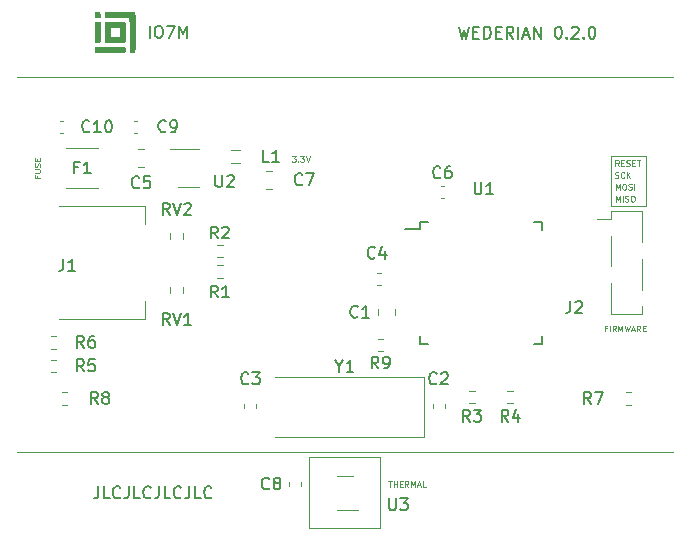
<source format=gbr>
%TF.GenerationSoftware,KiCad,Pcbnew,5.99.0-unknown-2a6c73b8df~142~ubuntu21.04.1*%
%TF.CreationDate,2021-10-24T13:29:39+00:00*%
%TF.ProjectId,wederian,77656465-7269-4616-9e2e-6b696361645f,rev?*%
%TF.SameCoordinates,Original*%
%TF.FileFunction,Legend,Top*%
%TF.FilePolarity,Positive*%
%FSLAX46Y46*%
G04 Gerber Fmt 4.6, Leading zero omitted, Abs format (unit mm)*
G04 Created by KiCad (PCBNEW 5.99.0-unknown-2a6c73b8df~142~ubuntu21.04.1) date 2021-10-24 13:29:39*
%MOMM*%
%LPD*%
G01*
G04 APERTURE LIST*
%ADD10C,0.120000*%
%ADD11C,0.100000*%
%ADD12C,0.125000*%
%ADD13C,0.150000*%
%ADD14C,0.010000*%
G04 APERTURE END LIST*
D10*
X188500000Y-92000000D02*
X185500000Y-92000000D01*
X185521089Y-96200000D02*
X188521089Y-96200000D01*
X135250000Y-117000000D02*
X190750000Y-117000000D01*
X185521089Y-92000000D02*
X185521089Y-96200000D01*
X188521089Y-96200000D02*
X188521089Y-92000000D01*
X135250000Y-85250000D02*
X190750000Y-85250000D01*
X166000000Y-117500000D02*
X166000000Y-123500000D01*
X166000000Y-123500000D02*
X160000000Y-123500000D01*
X160000000Y-123500000D02*
X160000000Y-117500000D01*
X160000000Y-117500000D02*
X166000000Y-117500000D01*
D11*
X186194898Y-92823690D02*
X186028231Y-92585595D01*
X185909184Y-92823690D02*
X185909184Y-92323690D01*
X186099660Y-92323690D01*
X186147279Y-92347500D01*
X186171089Y-92371309D01*
X186194898Y-92418928D01*
X186194898Y-92490357D01*
X186171089Y-92537976D01*
X186147279Y-92561785D01*
X186099660Y-92585595D01*
X185909184Y-92585595D01*
X186409184Y-92561785D02*
X186575850Y-92561785D01*
X186647279Y-92823690D02*
X186409184Y-92823690D01*
X186409184Y-92323690D01*
X186647279Y-92323690D01*
X186837755Y-92799880D02*
X186909184Y-92823690D01*
X187028231Y-92823690D01*
X187075850Y-92799880D01*
X187099660Y-92776071D01*
X187123469Y-92728452D01*
X187123469Y-92680833D01*
X187099660Y-92633214D01*
X187075850Y-92609404D01*
X187028231Y-92585595D01*
X186932993Y-92561785D01*
X186885374Y-92537976D01*
X186861565Y-92514166D01*
X186837755Y-92466547D01*
X186837755Y-92418928D01*
X186861565Y-92371309D01*
X186885374Y-92347500D01*
X186932993Y-92323690D01*
X187052041Y-92323690D01*
X187123469Y-92347500D01*
X187337755Y-92561785D02*
X187504422Y-92561785D01*
X187575850Y-92823690D02*
X187337755Y-92823690D01*
X187337755Y-92323690D01*
X187575850Y-92323690D01*
X187718708Y-92323690D02*
X188004422Y-92323690D01*
X187861565Y-92823690D02*
X187861565Y-92323690D01*
X185935374Y-95826190D02*
X185935374Y-95326190D01*
X186102041Y-95683333D01*
X186268708Y-95326190D01*
X186268708Y-95826190D01*
X186506803Y-95826190D02*
X186506803Y-95326190D01*
X186721089Y-95802380D02*
X186792517Y-95826190D01*
X186911565Y-95826190D01*
X186959184Y-95802380D01*
X186982993Y-95778571D01*
X187006803Y-95730952D01*
X187006803Y-95683333D01*
X186982993Y-95635714D01*
X186959184Y-95611904D01*
X186911565Y-95588095D01*
X186816327Y-95564285D01*
X186768708Y-95540476D01*
X186744898Y-95516666D01*
X186721089Y-95469047D01*
X186721089Y-95421428D01*
X186744898Y-95373809D01*
X186768708Y-95350000D01*
X186816327Y-95326190D01*
X186935374Y-95326190D01*
X187006803Y-95350000D01*
X187316327Y-95326190D02*
X187411565Y-95326190D01*
X187459184Y-95350000D01*
X187506803Y-95397619D01*
X187530612Y-95492857D01*
X187530612Y-95659523D01*
X187506803Y-95754761D01*
X187459184Y-95802380D01*
X187411565Y-95826190D01*
X187316327Y-95826190D01*
X187268708Y-95802380D01*
X187221089Y-95754761D01*
X187197279Y-95659523D01*
X187197279Y-95492857D01*
X187221089Y-95397619D01*
X187268708Y-95350000D01*
X187316327Y-95326190D01*
X185878231Y-93802380D02*
X185949660Y-93826190D01*
X186068708Y-93826190D01*
X186116327Y-93802380D01*
X186140136Y-93778571D01*
X186163946Y-93730952D01*
X186163946Y-93683333D01*
X186140136Y-93635714D01*
X186116327Y-93611904D01*
X186068708Y-93588095D01*
X185973469Y-93564285D01*
X185925850Y-93540476D01*
X185902041Y-93516666D01*
X185878231Y-93469047D01*
X185878231Y-93421428D01*
X185902041Y-93373809D01*
X185925850Y-93350000D01*
X185973469Y-93326190D01*
X186092517Y-93326190D01*
X186163946Y-93350000D01*
X186663946Y-93778571D02*
X186640136Y-93802380D01*
X186568708Y-93826190D01*
X186521089Y-93826190D01*
X186449660Y-93802380D01*
X186402041Y-93754761D01*
X186378231Y-93707142D01*
X186354422Y-93611904D01*
X186354422Y-93540476D01*
X186378231Y-93445238D01*
X186402041Y-93397619D01*
X186449660Y-93350000D01*
X186521089Y-93326190D01*
X186568708Y-93326190D01*
X186640136Y-93350000D01*
X186663946Y-93373809D01*
X186878231Y-93826190D02*
X186878231Y-93326190D01*
X187163946Y-93826190D02*
X186949660Y-93540476D01*
X187163946Y-93326190D02*
X186878231Y-93611904D01*
X185935374Y-94826190D02*
X185935374Y-94326190D01*
X186102041Y-94683333D01*
X186268708Y-94326190D01*
X186268708Y-94826190D01*
X186602041Y-94326190D02*
X186697279Y-94326190D01*
X186744898Y-94350000D01*
X186792517Y-94397619D01*
X186816327Y-94492857D01*
X186816327Y-94659523D01*
X186792517Y-94754761D01*
X186744898Y-94802380D01*
X186697279Y-94826190D01*
X186602041Y-94826190D01*
X186554422Y-94802380D01*
X186506803Y-94754761D01*
X186482993Y-94659523D01*
X186482993Y-94492857D01*
X186506803Y-94397619D01*
X186554422Y-94350000D01*
X186602041Y-94326190D01*
X187006803Y-94802380D02*
X187078231Y-94826190D01*
X187197279Y-94826190D01*
X187244898Y-94802380D01*
X187268708Y-94778571D01*
X187292517Y-94730952D01*
X187292517Y-94683333D01*
X187268708Y-94635714D01*
X187244898Y-94611904D01*
X187197279Y-94588095D01*
X187102041Y-94564285D01*
X187054422Y-94540476D01*
X187030612Y-94516666D01*
X187006803Y-94469047D01*
X187006803Y-94421428D01*
X187030612Y-94373809D01*
X187054422Y-94350000D01*
X187102041Y-94326190D01*
X187221089Y-94326190D01*
X187292517Y-94350000D01*
X187506803Y-94826190D02*
X187506803Y-94326190D01*
D12*
X185161565Y-106564285D02*
X184994898Y-106564285D01*
X184994898Y-106826190D02*
X184994898Y-106326190D01*
X185232993Y-106326190D01*
X185423469Y-106826190D02*
X185423469Y-106326190D01*
X185947279Y-106826190D02*
X185780612Y-106588095D01*
X185661565Y-106826190D02*
X185661565Y-106326190D01*
X185852041Y-106326190D01*
X185899660Y-106350000D01*
X185923469Y-106373809D01*
X185947279Y-106421428D01*
X185947279Y-106492857D01*
X185923469Y-106540476D01*
X185899660Y-106564285D01*
X185852041Y-106588095D01*
X185661565Y-106588095D01*
X186161565Y-106826190D02*
X186161565Y-106326190D01*
X186328231Y-106683333D01*
X186494898Y-106326190D01*
X186494898Y-106826190D01*
X186685374Y-106326190D02*
X186804422Y-106826190D01*
X186899660Y-106469047D01*
X186994898Y-106826190D01*
X187113946Y-106326190D01*
X187280612Y-106683333D02*
X187518708Y-106683333D01*
X187232993Y-106826190D02*
X187399660Y-106326190D01*
X187566327Y-106826190D01*
X188018708Y-106826190D02*
X187852041Y-106588095D01*
X187732993Y-106826190D02*
X187732993Y-106326190D01*
X187923469Y-106326190D01*
X187971089Y-106350000D01*
X187994898Y-106373809D01*
X188018708Y-106421428D01*
X188018708Y-106492857D01*
X187994898Y-106540476D01*
X187971089Y-106564285D01*
X187923469Y-106588095D01*
X187732993Y-106588095D01*
X188232993Y-106564285D02*
X188399660Y-106564285D01*
X188471089Y-106826190D02*
X188232993Y-106826190D01*
X188232993Y-106326190D01*
X188471089Y-106326190D01*
D13*
X142121309Y-119952380D02*
X142121309Y-120666666D01*
X142073690Y-120809523D01*
X141978452Y-120904761D01*
X141835595Y-120952380D01*
X141740357Y-120952380D01*
X143073690Y-120952380D02*
X142597500Y-120952380D01*
X142597500Y-119952380D01*
X143978452Y-120857142D02*
X143930833Y-120904761D01*
X143787976Y-120952380D01*
X143692738Y-120952380D01*
X143549880Y-120904761D01*
X143454642Y-120809523D01*
X143407023Y-120714285D01*
X143359404Y-120523809D01*
X143359404Y-120380952D01*
X143407023Y-120190476D01*
X143454642Y-120095238D01*
X143549880Y-120000000D01*
X143692738Y-119952380D01*
X143787976Y-119952380D01*
X143930833Y-120000000D01*
X143978452Y-120047619D01*
X144692738Y-119952380D02*
X144692738Y-120666666D01*
X144645119Y-120809523D01*
X144549880Y-120904761D01*
X144407023Y-120952380D01*
X144311785Y-120952380D01*
X145645119Y-120952380D02*
X145168928Y-120952380D01*
X145168928Y-119952380D01*
X146549880Y-120857142D02*
X146502261Y-120904761D01*
X146359404Y-120952380D01*
X146264166Y-120952380D01*
X146121309Y-120904761D01*
X146026071Y-120809523D01*
X145978452Y-120714285D01*
X145930833Y-120523809D01*
X145930833Y-120380952D01*
X145978452Y-120190476D01*
X146026071Y-120095238D01*
X146121309Y-120000000D01*
X146264166Y-119952380D01*
X146359404Y-119952380D01*
X146502261Y-120000000D01*
X146549880Y-120047619D01*
X147264166Y-119952380D02*
X147264166Y-120666666D01*
X147216547Y-120809523D01*
X147121309Y-120904761D01*
X146978452Y-120952380D01*
X146883214Y-120952380D01*
X148216547Y-120952380D02*
X147740357Y-120952380D01*
X147740357Y-119952380D01*
X149121309Y-120857142D02*
X149073690Y-120904761D01*
X148930833Y-120952380D01*
X148835595Y-120952380D01*
X148692738Y-120904761D01*
X148597500Y-120809523D01*
X148549880Y-120714285D01*
X148502261Y-120523809D01*
X148502261Y-120380952D01*
X148549880Y-120190476D01*
X148597500Y-120095238D01*
X148692738Y-120000000D01*
X148835595Y-119952380D01*
X148930833Y-119952380D01*
X149073690Y-120000000D01*
X149121309Y-120047619D01*
X149835595Y-119952380D02*
X149835595Y-120666666D01*
X149787976Y-120809523D01*
X149692738Y-120904761D01*
X149549880Y-120952380D01*
X149454642Y-120952380D01*
X150787976Y-120952380D02*
X150311785Y-120952380D01*
X150311785Y-119952380D01*
X151692738Y-120857142D02*
X151645119Y-120904761D01*
X151502261Y-120952380D01*
X151407023Y-120952380D01*
X151264166Y-120904761D01*
X151168928Y-120809523D01*
X151121309Y-120714285D01*
X151073690Y-120523809D01*
X151073690Y-120380952D01*
X151121309Y-120190476D01*
X151168928Y-120095238D01*
X151264166Y-120000000D01*
X151407023Y-119952380D01*
X151502261Y-119952380D01*
X151645119Y-120000000D01*
X151692738Y-120047619D01*
D12*
X166666666Y-119476190D02*
X166952380Y-119476190D01*
X166809523Y-119976190D02*
X166809523Y-119476190D01*
X167119047Y-119976190D02*
X167119047Y-119476190D01*
X167119047Y-119714285D02*
X167404761Y-119714285D01*
X167404761Y-119976190D02*
X167404761Y-119476190D01*
X167642857Y-119714285D02*
X167809523Y-119714285D01*
X167880952Y-119976190D02*
X167642857Y-119976190D01*
X167642857Y-119476190D01*
X167880952Y-119476190D01*
X168380952Y-119976190D02*
X168214285Y-119738095D01*
X168095238Y-119976190D02*
X168095238Y-119476190D01*
X168285714Y-119476190D01*
X168333333Y-119500000D01*
X168357142Y-119523809D01*
X168380952Y-119571428D01*
X168380952Y-119642857D01*
X168357142Y-119690476D01*
X168333333Y-119714285D01*
X168285714Y-119738095D01*
X168095238Y-119738095D01*
X168595238Y-119976190D02*
X168595238Y-119476190D01*
X168761904Y-119833333D01*
X168928571Y-119476190D01*
X168928571Y-119976190D01*
X169142857Y-119833333D02*
X169380952Y-119833333D01*
X169095238Y-119976190D02*
X169261904Y-119476190D01*
X169428571Y-119976190D01*
X169833333Y-119976190D02*
X169595238Y-119976190D01*
X169595238Y-119476190D01*
X158511904Y-91976190D02*
X158821428Y-91976190D01*
X158654761Y-92166666D01*
X158726190Y-92166666D01*
X158773809Y-92190476D01*
X158797619Y-92214285D01*
X158821428Y-92261904D01*
X158821428Y-92380952D01*
X158797619Y-92428571D01*
X158773809Y-92452380D01*
X158726190Y-92476190D01*
X158583333Y-92476190D01*
X158535714Y-92452380D01*
X158511904Y-92428571D01*
X159035714Y-92428571D02*
X159059523Y-92452380D01*
X159035714Y-92476190D01*
X159011904Y-92452380D01*
X159035714Y-92428571D01*
X159035714Y-92476190D01*
X159226190Y-91976190D02*
X159535714Y-91976190D01*
X159369047Y-92166666D01*
X159440476Y-92166666D01*
X159488095Y-92190476D01*
X159511904Y-92214285D01*
X159535714Y-92261904D01*
X159535714Y-92380952D01*
X159511904Y-92428571D01*
X159488095Y-92452380D01*
X159440476Y-92476190D01*
X159297619Y-92476190D01*
X159250000Y-92452380D01*
X159226190Y-92428571D01*
X159678571Y-91976190D02*
X159845238Y-92476190D01*
X160011904Y-91976190D01*
D13*
X172640595Y-81027380D02*
X172878690Y-82027380D01*
X173069166Y-81313095D01*
X173259642Y-82027380D01*
X173497738Y-81027380D01*
X173878690Y-81503571D02*
X174212023Y-81503571D01*
X174354880Y-82027380D02*
X173878690Y-82027380D01*
X173878690Y-81027380D01*
X174354880Y-81027380D01*
X174783452Y-82027380D02*
X174783452Y-81027380D01*
X175021547Y-81027380D01*
X175164404Y-81075000D01*
X175259642Y-81170238D01*
X175307261Y-81265476D01*
X175354880Y-81455952D01*
X175354880Y-81598809D01*
X175307261Y-81789285D01*
X175259642Y-81884523D01*
X175164404Y-81979761D01*
X175021547Y-82027380D01*
X174783452Y-82027380D01*
X175783452Y-81503571D02*
X176116785Y-81503571D01*
X176259642Y-82027380D02*
X175783452Y-82027380D01*
X175783452Y-81027380D01*
X176259642Y-81027380D01*
X177259642Y-82027380D02*
X176926309Y-81551190D01*
X176688214Y-82027380D02*
X176688214Y-81027380D01*
X177069166Y-81027380D01*
X177164404Y-81075000D01*
X177212023Y-81122619D01*
X177259642Y-81217857D01*
X177259642Y-81360714D01*
X177212023Y-81455952D01*
X177164404Y-81503571D01*
X177069166Y-81551190D01*
X176688214Y-81551190D01*
X177688214Y-82027380D02*
X177688214Y-81027380D01*
X178116785Y-81741666D02*
X178592976Y-81741666D01*
X178021547Y-82027380D02*
X178354880Y-81027380D01*
X178688214Y-82027380D01*
X179021547Y-82027380D02*
X179021547Y-81027380D01*
X179592976Y-82027380D01*
X179592976Y-81027380D01*
X181021547Y-81027380D02*
X181116785Y-81027380D01*
X181212023Y-81075000D01*
X181259642Y-81122619D01*
X181307261Y-81217857D01*
X181354880Y-81408333D01*
X181354880Y-81646428D01*
X181307261Y-81836904D01*
X181259642Y-81932142D01*
X181212023Y-81979761D01*
X181116785Y-82027380D01*
X181021547Y-82027380D01*
X180926309Y-81979761D01*
X180878690Y-81932142D01*
X180831071Y-81836904D01*
X180783452Y-81646428D01*
X180783452Y-81408333D01*
X180831071Y-81217857D01*
X180878690Y-81122619D01*
X180926309Y-81075000D01*
X181021547Y-81027380D01*
X181783452Y-81932142D02*
X181831071Y-81979761D01*
X181783452Y-82027380D01*
X181735833Y-81979761D01*
X181783452Y-81932142D01*
X181783452Y-82027380D01*
X182212023Y-81122619D02*
X182259642Y-81075000D01*
X182354880Y-81027380D01*
X182592976Y-81027380D01*
X182688214Y-81075000D01*
X182735833Y-81122619D01*
X182783452Y-81217857D01*
X182783452Y-81313095D01*
X182735833Y-81455952D01*
X182164404Y-82027380D01*
X182783452Y-82027380D01*
X183212023Y-81932142D02*
X183259642Y-81979761D01*
X183212023Y-82027380D01*
X183164404Y-81979761D01*
X183212023Y-81932142D01*
X183212023Y-82027380D01*
X183878690Y-81027380D02*
X183973928Y-81027380D01*
X184069166Y-81075000D01*
X184116785Y-81122619D01*
X184164404Y-81217857D01*
X184212023Y-81408333D01*
X184212023Y-81646428D01*
X184164404Y-81836904D01*
X184116785Y-81932142D01*
X184069166Y-81979761D01*
X183973928Y-82027380D01*
X183878690Y-82027380D01*
X183783452Y-81979761D01*
X183735833Y-81932142D01*
X183688214Y-81836904D01*
X183640595Y-81646428D01*
X183640595Y-81408333D01*
X183688214Y-81217857D01*
X183735833Y-81122619D01*
X183783452Y-81075000D01*
X183878690Y-81027380D01*
X146478571Y-81952380D02*
X146478571Y-80952380D01*
X147145238Y-80952380D02*
X147335714Y-80952380D01*
X147430952Y-81000000D01*
X147526190Y-81095238D01*
X147573809Y-81285714D01*
X147573809Y-81619047D01*
X147526190Y-81809523D01*
X147430952Y-81904761D01*
X147335714Y-81952380D01*
X147145238Y-81952380D01*
X147050000Y-81904761D01*
X146954761Y-81809523D01*
X146907142Y-81619047D01*
X146907142Y-81285714D01*
X146954761Y-81095238D01*
X147050000Y-81000000D01*
X147145238Y-80952380D01*
X147907142Y-80952380D02*
X148573809Y-80952380D01*
X148145238Y-81952380D01*
X148954761Y-81952380D02*
X148954761Y-80952380D01*
X149288095Y-81666666D01*
X149621428Y-80952380D01*
X149621428Y-81952380D01*
D12*
X136964285Y-93654761D02*
X136964285Y-93821428D01*
X137226190Y-93821428D02*
X136726190Y-93821428D01*
X136726190Y-93583333D01*
X136726190Y-93392857D02*
X137130952Y-93392857D01*
X137178571Y-93369047D01*
X137202380Y-93345238D01*
X137226190Y-93297619D01*
X137226190Y-93202380D01*
X137202380Y-93154761D01*
X137178571Y-93130952D01*
X137130952Y-93107142D01*
X136726190Y-93107142D01*
X137202380Y-92892857D02*
X137226190Y-92821428D01*
X137226190Y-92702380D01*
X137202380Y-92654761D01*
X137178571Y-92630952D01*
X137130952Y-92607142D01*
X137083333Y-92607142D01*
X137035714Y-92630952D01*
X137011904Y-92654761D01*
X136988095Y-92702380D01*
X136964285Y-92797619D01*
X136940476Y-92845238D01*
X136916666Y-92869047D01*
X136869047Y-92892857D01*
X136821428Y-92892857D01*
X136773809Y-92869047D01*
X136750000Y-92845238D01*
X136726190Y-92797619D01*
X136726190Y-92678571D01*
X136750000Y-92607142D01*
X136964285Y-92392857D02*
X136964285Y-92226190D01*
X137226190Y-92154761D02*
X137226190Y-92392857D01*
X136726190Y-92392857D01*
X136726190Y-92154761D01*
D13*
%TO.C,U2*%
X152038095Y-93602380D02*
X152038095Y-94411904D01*
X152085714Y-94507142D01*
X152133333Y-94554761D01*
X152228571Y-94602380D01*
X152419047Y-94602380D01*
X152514285Y-94554761D01*
X152561904Y-94507142D01*
X152609523Y-94411904D01*
X152609523Y-93602380D01*
X153038095Y-93697619D02*
X153085714Y-93650000D01*
X153180952Y-93602380D01*
X153419047Y-93602380D01*
X153514285Y-93650000D01*
X153561904Y-93697619D01*
X153609523Y-93792857D01*
X153609523Y-93888095D01*
X153561904Y-94030952D01*
X152990476Y-94602380D01*
X153609523Y-94602380D01*
%TO.C,J1*%
X139166666Y-100702380D02*
X139166666Y-101416666D01*
X139119047Y-101559523D01*
X139023809Y-101654761D01*
X138880952Y-101702380D01*
X138785714Y-101702380D01*
X140166666Y-101702380D02*
X139595238Y-101702380D01*
X139880952Y-101702380D02*
X139880952Y-100702380D01*
X139785714Y-100845238D01*
X139690476Y-100940476D01*
X139595238Y-100988095D01*
%TO.C,R2*%
X152233333Y-98952380D02*
X151900000Y-98476190D01*
X151661904Y-98952380D02*
X151661904Y-97952380D01*
X152042857Y-97952380D01*
X152138095Y-98000000D01*
X152185714Y-98047619D01*
X152233333Y-98142857D01*
X152233333Y-98285714D01*
X152185714Y-98380952D01*
X152138095Y-98428571D01*
X152042857Y-98476190D01*
X151661904Y-98476190D01*
X152614285Y-98047619D02*
X152661904Y-98000000D01*
X152757142Y-97952380D01*
X152995238Y-97952380D01*
X153090476Y-98000000D01*
X153138095Y-98047619D01*
X153185714Y-98142857D01*
X153185714Y-98238095D01*
X153138095Y-98380952D01*
X152566666Y-98952380D01*
X153185714Y-98952380D01*
%TO.C,C1*%
X164083333Y-105557142D02*
X164035714Y-105604761D01*
X163892857Y-105652380D01*
X163797619Y-105652380D01*
X163654761Y-105604761D01*
X163559523Y-105509523D01*
X163511904Y-105414285D01*
X163464285Y-105223809D01*
X163464285Y-105080952D01*
X163511904Y-104890476D01*
X163559523Y-104795238D01*
X163654761Y-104700000D01*
X163797619Y-104652380D01*
X163892857Y-104652380D01*
X164035714Y-104700000D01*
X164083333Y-104747619D01*
X165035714Y-105652380D02*
X164464285Y-105652380D01*
X164750000Y-105652380D02*
X164750000Y-104652380D01*
X164654761Y-104795238D01*
X164559523Y-104890476D01*
X164464285Y-104938095D01*
%TO.C,C7*%
X159383333Y-94357142D02*
X159335714Y-94404761D01*
X159192857Y-94452380D01*
X159097619Y-94452380D01*
X158954761Y-94404761D01*
X158859523Y-94309523D01*
X158811904Y-94214285D01*
X158764285Y-94023809D01*
X158764285Y-93880952D01*
X158811904Y-93690476D01*
X158859523Y-93595238D01*
X158954761Y-93500000D01*
X159097619Y-93452380D01*
X159192857Y-93452380D01*
X159335714Y-93500000D01*
X159383333Y-93547619D01*
X159716666Y-93452380D02*
X160383333Y-93452380D01*
X159954761Y-94452380D01*
%TO.C,Y1*%
X162523809Y-109776190D02*
X162523809Y-110252380D01*
X162190476Y-109252380D02*
X162523809Y-109776190D01*
X162857142Y-109252380D01*
X163714285Y-110252380D02*
X163142857Y-110252380D01*
X163428571Y-110252380D02*
X163428571Y-109252380D01*
X163333333Y-109395238D01*
X163238095Y-109490476D01*
X163142857Y-109538095D01*
%TO.C,C6*%
X171083333Y-93757142D02*
X171035714Y-93804761D01*
X170892857Y-93852380D01*
X170797619Y-93852380D01*
X170654761Y-93804761D01*
X170559523Y-93709523D01*
X170511904Y-93614285D01*
X170464285Y-93423809D01*
X170464285Y-93280952D01*
X170511904Y-93090476D01*
X170559523Y-92995238D01*
X170654761Y-92900000D01*
X170797619Y-92852380D01*
X170892857Y-92852380D01*
X171035714Y-92900000D01*
X171083333Y-92947619D01*
X171940476Y-92852380D02*
X171750000Y-92852380D01*
X171654761Y-92900000D01*
X171607142Y-92947619D01*
X171511904Y-93090476D01*
X171464285Y-93280952D01*
X171464285Y-93661904D01*
X171511904Y-93757142D01*
X171559523Y-93804761D01*
X171654761Y-93852380D01*
X171845238Y-93852380D01*
X171940476Y-93804761D01*
X171988095Y-93757142D01*
X172035714Y-93661904D01*
X172035714Y-93423809D01*
X171988095Y-93328571D01*
X171940476Y-93280952D01*
X171845238Y-93233333D01*
X171654761Y-93233333D01*
X171559523Y-93280952D01*
X171511904Y-93328571D01*
X171464285Y-93423809D01*
%TO.C,U1*%
X173988095Y-94202380D02*
X173988095Y-95011904D01*
X174035714Y-95107142D01*
X174083333Y-95154761D01*
X174178571Y-95202380D01*
X174369047Y-95202380D01*
X174464285Y-95154761D01*
X174511904Y-95107142D01*
X174559523Y-95011904D01*
X174559523Y-94202380D01*
X175559523Y-95202380D02*
X174988095Y-95202380D01*
X175273809Y-95202380D02*
X175273809Y-94202380D01*
X175178571Y-94345238D01*
X175083333Y-94440476D01*
X174988095Y-94488095D01*
%TO.C,C9*%
X147833333Y-89857142D02*
X147785714Y-89904761D01*
X147642857Y-89952380D01*
X147547619Y-89952380D01*
X147404761Y-89904761D01*
X147309523Y-89809523D01*
X147261904Y-89714285D01*
X147214285Y-89523809D01*
X147214285Y-89380952D01*
X147261904Y-89190476D01*
X147309523Y-89095238D01*
X147404761Y-89000000D01*
X147547619Y-88952380D01*
X147642857Y-88952380D01*
X147785714Y-89000000D01*
X147833333Y-89047619D01*
X148309523Y-89952380D02*
X148500000Y-89952380D01*
X148595238Y-89904761D01*
X148642857Y-89857142D01*
X148738095Y-89714285D01*
X148785714Y-89523809D01*
X148785714Y-89142857D01*
X148738095Y-89047619D01*
X148690476Y-89000000D01*
X148595238Y-88952380D01*
X148404761Y-88952380D01*
X148309523Y-89000000D01*
X148261904Y-89047619D01*
X148214285Y-89142857D01*
X148214285Y-89380952D01*
X148261904Y-89476190D01*
X148309523Y-89523809D01*
X148404761Y-89571428D01*
X148595238Y-89571428D01*
X148690476Y-89523809D01*
X148738095Y-89476190D01*
X148785714Y-89380952D01*
%TO.C,C5*%
X145583333Y-94607142D02*
X145535714Y-94654761D01*
X145392857Y-94702380D01*
X145297619Y-94702380D01*
X145154761Y-94654761D01*
X145059523Y-94559523D01*
X145011904Y-94464285D01*
X144964285Y-94273809D01*
X144964285Y-94130952D01*
X145011904Y-93940476D01*
X145059523Y-93845238D01*
X145154761Y-93750000D01*
X145297619Y-93702380D01*
X145392857Y-93702380D01*
X145535714Y-93750000D01*
X145583333Y-93797619D01*
X146488095Y-93702380D02*
X146011904Y-93702380D01*
X145964285Y-94178571D01*
X146011904Y-94130952D01*
X146107142Y-94083333D01*
X146345238Y-94083333D01*
X146440476Y-94130952D01*
X146488095Y-94178571D01*
X146535714Y-94273809D01*
X146535714Y-94511904D01*
X146488095Y-94607142D01*
X146440476Y-94654761D01*
X146345238Y-94702380D01*
X146107142Y-94702380D01*
X146011904Y-94654761D01*
X145964285Y-94607142D01*
%TO.C,C4*%
X165533333Y-100557142D02*
X165485714Y-100604761D01*
X165342857Y-100652380D01*
X165247619Y-100652380D01*
X165104761Y-100604761D01*
X165009523Y-100509523D01*
X164961904Y-100414285D01*
X164914285Y-100223809D01*
X164914285Y-100080952D01*
X164961904Y-99890476D01*
X165009523Y-99795238D01*
X165104761Y-99700000D01*
X165247619Y-99652380D01*
X165342857Y-99652380D01*
X165485714Y-99700000D01*
X165533333Y-99747619D01*
X166390476Y-99985714D02*
X166390476Y-100652380D01*
X166152380Y-99604761D02*
X165914285Y-100319047D01*
X166533333Y-100319047D01*
%TO.C,R1*%
X152233333Y-103952380D02*
X151900000Y-103476190D01*
X151661904Y-103952380D02*
X151661904Y-102952380D01*
X152042857Y-102952380D01*
X152138095Y-103000000D01*
X152185714Y-103047619D01*
X152233333Y-103142857D01*
X152233333Y-103285714D01*
X152185714Y-103380952D01*
X152138095Y-103428571D01*
X152042857Y-103476190D01*
X151661904Y-103476190D01*
X153185714Y-103952380D02*
X152614285Y-103952380D01*
X152900000Y-103952380D02*
X152900000Y-102952380D01*
X152804761Y-103095238D01*
X152709523Y-103190476D01*
X152614285Y-103238095D01*
%TO.C,R5*%
X140908333Y-110202380D02*
X140575000Y-109726190D01*
X140336904Y-110202380D02*
X140336904Y-109202380D01*
X140717857Y-109202380D01*
X140813095Y-109250000D01*
X140860714Y-109297619D01*
X140908333Y-109392857D01*
X140908333Y-109535714D01*
X140860714Y-109630952D01*
X140813095Y-109678571D01*
X140717857Y-109726190D01*
X140336904Y-109726190D01*
X141813095Y-109202380D02*
X141336904Y-109202380D01*
X141289285Y-109678571D01*
X141336904Y-109630952D01*
X141432142Y-109583333D01*
X141670238Y-109583333D01*
X141765476Y-109630952D01*
X141813095Y-109678571D01*
X141860714Y-109773809D01*
X141860714Y-110011904D01*
X141813095Y-110107142D01*
X141765476Y-110154761D01*
X141670238Y-110202380D01*
X141432142Y-110202380D01*
X141336904Y-110154761D01*
X141289285Y-110107142D01*
%TO.C,R6*%
X140908333Y-108202380D02*
X140575000Y-107726190D01*
X140336904Y-108202380D02*
X140336904Y-107202380D01*
X140717857Y-107202380D01*
X140813095Y-107250000D01*
X140860714Y-107297619D01*
X140908333Y-107392857D01*
X140908333Y-107535714D01*
X140860714Y-107630952D01*
X140813095Y-107678571D01*
X140717857Y-107726190D01*
X140336904Y-107726190D01*
X141765476Y-107202380D02*
X141575000Y-107202380D01*
X141479761Y-107250000D01*
X141432142Y-107297619D01*
X141336904Y-107440476D01*
X141289285Y-107630952D01*
X141289285Y-108011904D01*
X141336904Y-108107142D01*
X141384523Y-108154761D01*
X141479761Y-108202380D01*
X141670238Y-108202380D01*
X141765476Y-108154761D01*
X141813095Y-108107142D01*
X141860714Y-108011904D01*
X141860714Y-107773809D01*
X141813095Y-107678571D01*
X141765476Y-107630952D01*
X141670238Y-107583333D01*
X141479761Y-107583333D01*
X141384523Y-107630952D01*
X141336904Y-107678571D01*
X141289285Y-107773809D01*
%TO.C,R3*%
X173583333Y-114452380D02*
X173250000Y-113976190D01*
X173011904Y-114452380D02*
X173011904Y-113452380D01*
X173392857Y-113452380D01*
X173488095Y-113500000D01*
X173535714Y-113547619D01*
X173583333Y-113642857D01*
X173583333Y-113785714D01*
X173535714Y-113880952D01*
X173488095Y-113928571D01*
X173392857Y-113976190D01*
X173011904Y-113976190D01*
X173916666Y-113452380D02*
X174535714Y-113452380D01*
X174202380Y-113833333D01*
X174345238Y-113833333D01*
X174440476Y-113880952D01*
X174488095Y-113928571D01*
X174535714Y-114023809D01*
X174535714Y-114261904D01*
X174488095Y-114357142D01*
X174440476Y-114404761D01*
X174345238Y-114452380D01*
X174059523Y-114452380D01*
X173964285Y-114404761D01*
X173916666Y-114357142D01*
%TO.C,L1*%
X156583333Y-92452380D02*
X156107142Y-92452380D01*
X156107142Y-91452380D01*
X157440476Y-92452380D02*
X156869047Y-92452380D01*
X157154761Y-92452380D02*
X157154761Y-91452380D01*
X157059523Y-91595238D01*
X156964285Y-91690476D01*
X156869047Y-91738095D01*
%TO.C,J2*%
X182087755Y-104252380D02*
X182087755Y-104966666D01*
X182040136Y-105109523D01*
X181944898Y-105204761D01*
X181802041Y-105252380D01*
X181706803Y-105252380D01*
X182516327Y-104347619D02*
X182563946Y-104300000D01*
X182659184Y-104252380D01*
X182897279Y-104252380D01*
X182992517Y-104300000D01*
X183040136Y-104347619D01*
X183087755Y-104442857D01*
X183087755Y-104538095D01*
X183040136Y-104680952D01*
X182468708Y-105252380D01*
X183087755Y-105252380D01*
%TO.C,C10*%
X141357142Y-89857142D02*
X141309523Y-89904761D01*
X141166666Y-89952380D01*
X141071428Y-89952380D01*
X140928571Y-89904761D01*
X140833333Y-89809523D01*
X140785714Y-89714285D01*
X140738095Y-89523809D01*
X140738095Y-89380952D01*
X140785714Y-89190476D01*
X140833333Y-89095238D01*
X140928571Y-89000000D01*
X141071428Y-88952380D01*
X141166666Y-88952380D01*
X141309523Y-89000000D01*
X141357142Y-89047619D01*
X142309523Y-89952380D02*
X141738095Y-89952380D01*
X142023809Y-89952380D02*
X142023809Y-88952380D01*
X141928571Y-89095238D01*
X141833333Y-89190476D01*
X141738095Y-89238095D01*
X142928571Y-88952380D02*
X143023809Y-88952380D01*
X143119047Y-89000000D01*
X143166666Y-89047619D01*
X143214285Y-89142857D01*
X143261904Y-89333333D01*
X143261904Y-89571428D01*
X143214285Y-89761904D01*
X143166666Y-89857142D01*
X143119047Y-89904761D01*
X143023809Y-89952380D01*
X142928571Y-89952380D01*
X142833333Y-89904761D01*
X142785714Y-89857142D01*
X142738095Y-89761904D01*
X142690476Y-89571428D01*
X142690476Y-89333333D01*
X142738095Y-89142857D01*
X142785714Y-89047619D01*
X142833333Y-89000000D01*
X142928571Y-88952380D01*
%TO.C,C3*%
X154833333Y-111207142D02*
X154785714Y-111254761D01*
X154642857Y-111302380D01*
X154547619Y-111302380D01*
X154404761Y-111254761D01*
X154309523Y-111159523D01*
X154261904Y-111064285D01*
X154214285Y-110873809D01*
X154214285Y-110730952D01*
X154261904Y-110540476D01*
X154309523Y-110445238D01*
X154404761Y-110350000D01*
X154547619Y-110302380D01*
X154642857Y-110302380D01*
X154785714Y-110350000D01*
X154833333Y-110397619D01*
X155166666Y-110302380D02*
X155785714Y-110302380D01*
X155452380Y-110683333D01*
X155595238Y-110683333D01*
X155690476Y-110730952D01*
X155738095Y-110778571D01*
X155785714Y-110873809D01*
X155785714Y-111111904D01*
X155738095Y-111207142D01*
X155690476Y-111254761D01*
X155595238Y-111302380D01*
X155309523Y-111302380D01*
X155214285Y-111254761D01*
X155166666Y-111207142D01*
%TO.C,C2*%
X170758333Y-111207142D02*
X170710714Y-111254761D01*
X170567857Y-111302380D01*
X170472619Y-111302380D01*
X170329761Y-111254761D01*
X170234523Y-111159523D01*
X170186904Y-111064285D01*
X170139285Y-110873809D01*
X170139285Y-110730952D01*
X170186904Y-110540476D01*
X170234523Y-110445238D01*
X170329761Y-110350000D01*
X170472619Y-110302380D01*
X170567857Y-110302380D01*
X170710714Y-110350000D01*
X170758333Y-110397619D01*
X171139285Y-110397619D02*
X171186904Y-110350000D01*
X171282142Y-110302380D01*
X171520238Y-110302380D01*
X171615476Y-110350000D01*
X171663095Y-110397619D01*
X171710714Y-110492857D01*
X171710714Y-110588095D01*
X171663095Y-110730952D01*
X171091666Y-111302380D01*
X171710714Y-111302380D01*
%TO.C,C8*%
X156583333Y-120107142D02*
X156535714Y-120154761D01*
X156392857Y-120202380D01*
X156297619Y-120202380D01*
X156154761Y-120154761D01*
X156059523Y-120059523D01*
X156011904Y-119964285D01*
X155964285Y-119773809D01*
X155964285Y-119630952D01*
X156011904Y-119440476D01*
X156059523Y-119345238D01*
X156154761Y-119250000D01*
X156297619Y-119202380D01*
X156392857Y-119202380D01*
X156535714Y-119250000D01*
X156583333Y-119297619D01*
X157154761Y-119630952D02*
X157059523Y-119583333D01*
X157011904Y-119535714D01*
X156964285Y-119440476D01*
X156964285Y-119392857D01*
X157011904Y-119297619D01*
X157059523Y-119250000D01*
X157154761Y-119202380D01*
X157345238Y-119202380D01*
X157440476Y-119250000D01*
X157488095Y-119297619D01*
X157535714Y-119392857D01*
X157535714Y-119440476D01*
X157488095Y-119535714D01*
X157440476Y-119583333D01*
X157345238Y-119630952D01*
X157154761Y-119630952D01*
X157059523Y-119678571D01*
X157011904Y-119726190D01*
X156964285Y-119821428D01*
X156964285Y-120011904D01*
X157011904Y-120107142D01*
X157059523Y-120154761D01*
X157154761Y-120202380D01*
X157345238Y-120202380D01*
X157440476Y-120154761D01*
X157488095Y-120107142D01*
X157535714Y-120011904D01*
X157535714Y-119821428D01*
X157488095Y-119726190D01*
X157440476Y-119678571D01*
X157345238Y-119630952D01*
%TO.C,U3*%
X166738095Y-120952380D02*
X166738095Y-121761904D01*
X166785714Y-121857142D01*
X166833333Y-121904761D01*
X166928571Y-121952380D01*
X167119047Y-121952380D01*
X167214285Y-121904761D01*
X167261904Y-121857142D01*
X167309523Y-121761904D01*
X167309523Y-120952380D01*
X167690476Y-120952380D02*
X168309523Y-120952380D01*
X167976190Y-121333333D01*
X168119047Y-121333333D01*
X168214285Y-121380952D01*
X168261904Y-121428571D01*
X168309523Y-121523809D01*
X168309523Y-121761904D01*
X168261904Y-121857142D01*
X168214285Y-121904761D01*
X168119047Y-121952380D01*
X167833333Y-121952380D01*
X167738095Y-121904761D01*
X167690476Y-121857142D01*
%TO.C,R4*%
X176833333Y-114452380D02*
X176500000Y-113976190D01*
X176261904Y-114452380D02*
X176261904Y-113452380D01*
X176642857Y-113452380D01*
X176738095Y-113500000D01*
X176785714Y-113547619D01*
X176833333Y-113642857D01*
X176833333Y-113785714D01*
X176785714Y-113880952D01*
X176738095Y-113928571D01*
X176642857Y-113976190D01*
X176261904Y-113976190D01*
X177690476Y-113785714D02*
X177690476Y-114452380D01*
X177452380Y-113404761D02*
X177214285Y-114119047D01*
X177833333Y-114119047D01*
%TO.C,RV2*%
X148154761Y-96952380D02*
X147821428Y-96476190D01*
X147583333Y-96952380D02*
X147583333Y-95952380D01*
X147964285Y-95952380D01*
X148059523Y-96000000D01*
X148107142Y-96047619D01*
X148154761Y-96142857D01*
X148154761Y-96285714D01*
X148107142Y-96380952D01*
X148059523Y-96428571D01*
X147964285Y-96476190D01*
X147583333Y-96476190D01*
X148440476Y-95952380D02*
X148773809Y-96952380D01*
X149107142Y-95952380D01*
X149392857Y-96047619D02*
X149440476Y-96000000D01*
X149535714Y-95952380D01*
X149773809Y-95952380D01*
X149869047Y-96000000D01*
X149916666Y-96047619D01*
X149964285Y-96142857D01*
X149964285Y-96238095D01*
X149916666Y-96380952D01*
X149345238Y-96952380D01*
X149964285Y-96952380D01*
%TO.C,F1*%
X140416666Y-92928571D02*
X140083333Y-92928571D01*
X140083333Y-93452380D02*
X140083333Y-92452380D01*
X140559523Y-92452380D01*
X141464285Y-93452380D02*
X140892857Y-93452380D01*
X141178571Y-93452380D02*
X141178571Y-92452380D01*
X141083333Y-92595238D01*
X140988095Y-92690476D01*
X140892857Y-92738095D01*
%TO.C,RV1*%
X148154761Y-106277380D02*
X147821428Y-105801190D01*
X147583333Y-106277380D02*
X147583333Y-105277380D01*
X147964285Y-105277380D01*
X148059523Y-105325000D01*
X148107142Y-105372619D01*
X148154761Y-105467857D01*
X148154761Y-105610714D01*
X148107142Y-105705952D01*
X148059523Y-105753571D01*
X147964285Y-105801190D01*
X147583333Y-105801190D01*
X148440476Y-105277380D02*
X148773809Y-106277380D01*
X149107142Y-105277380D01*
X149964285Y-106277380D02*
X149392857Y-106277380D01*
X149678571Y-106277380D02*
X149678571Y-105277380D01*
X149583333Y-105420238D01*
X149488095Y-105515476D01*
X149392857Y-105563095D01*
%TO.C,R9*%
X165833333Y-109952380D02*
X165500000Y-109476190D01*
X165261904Y-109952380D02*
X165261904Y-108952380D01*
X165642857Y-108952380D01*
X165738095Y-109000000D01*
X165785714Y-109047619D01*
X165833333Y-109142857D01*
X165833333Y-109285714D01*
X165785714Y-109380952D01*
X165738095Y-109428571D01*
X165642857Y-109476190D01*
X165261904Y-109476190D01*
X166309523Y-109952380D02*
X166500000Y-109952380D01*
X166595238Y-109904761D01*
X166642857Y-109857142D01*
X166738095Y-109714285D01*
X166785714Y-109523809D01*
X166785714Y-109142857D01*
X166738095Y-109047619D01*
X166690476Y-109000000D01*
X166595238Y-108952380D01*
X166404761Y-108952380D01*
X166309523Y-109000000D01*
X166261904Y-109047619D01*
X166214285Y-109142857D01*
X166214285Y-109380952D01*
X166261904Y-109476190D01*
X166309523Y-109523809D01*
X166404761Y-109571428D01*
X166595238Y-109571428D01*
X166690476Y-109523809D01*
X166738095Y-109476190D01*
X166785714Y-109380952D01*
%TO.C,R7*%
X183833333Y-112952380D02*
X183500000Y-112476190D01*
X183261904Y-112952380D02*
X183261904Y-111952380D01*
X183642857Y-111952380D01*
X183738095Y-112000000D01*
X183785714Y-112047619D01*
X183833333Y-112142857D01*
X183833333Y-112285714D01*
X183785714Y-112380952D01*
X183738095Y-112428571D01*
X183642857Y-112476190D01*
X183261904Y-112476190D01*
X184166666Y-111952380D02*
X184833333Y-111952380D01*
X184404761Y-112952380D01*
%TO.C,R8*%
X142083333Y-112952380D02*
X141750000Y-112476190D01*
X141511904Y-112952380D02*
X141511904Y-111952380D01*
X141892857Y-111952380D01*
X141988095Y-112000000D01*
X142035714Y-112047619D01*
X142083333Y-112142857D01*
X142083333Y-112285714D01*
X142035714Y-112380952D01*
X141988095Y-112428571D01*
X141892857Y-112476190D01*
X141511904Y-112476190D01*
X142654761Y-112380952D02*
X142559523Y-112333333D01*
X142511904Y-112285714D01*
X142464285Y-112190476D01*
X142464285Y-112142857D01*
X142511904Y-112047619D01*
X142559523Y-112000000D01*
X142654761Y-111952380D01*
X142845238Y-111952380D01*
X142940476Y-112000000D01*
X142988095Y-112047619D01*
X143035714Y-112142857D01*
X143035714Y-112190476D01*
X142988095Y-112285714D01*
X142940476Y-112333333D01*
X142845238Y-112380952D01*
X142654761Y-112380952D01*
X142559523Y-112428571D01*
X142511904Y-112476190D01*
X142464285Y-112571428D01*
X142464285Y-112761904D01*
X142511904Y-112857142D01*
X142559523Y-112904761D01*
X142654761Y-112952380D01*
X142845238Y-112952380D01*
X142940476Y-112904761D01*
X142988095Y-112857142D01*
X143035714Y-112761904D01*
X143035714Y-112571428D01*
X142988095Y-112476190D01*
X142940476Y-112428571D01*
X142845238Y-112380952D01*
D10*
%TO.C,U2*%
X148850000Y-94565000D02*
X150650000Y-94565000D01*
X150650000Y-91345000D02*
X148200000Y-91345000D01*
%TO.C,J1*%
X146093674Y-96236680D02*
X138833674Y-96236680D01*
X146093674Y-104236680D02*
X146093674Y-105736680D01*
X146093674Y-96236680D02*
X146093674Y-97736680D01*
X146093674Y-105736680D02*
X138833674Y-105736680D01*
%TO.C,R2*%
X152637258Y-100522500D02*
X152162742Y-100522500D01*
X152637258Y-99477500D02*
X152162742Y-99477500D01*
%TO.C,C1*%
X165765000Y-104938748D02*
X165765000Y-105461252D01*
X167235000Y-104938748D02*
X167235000Y-105461252D01*
%TO.C,C7*%
X156811252Y-94735000D02*
X156288748Y-94735000D01*
X156811252Y-93265000D02*
X156288748Y-93265000D01*
%TO.C,Y1*%
X157100000Y-115800000D02*
X169700000Y-115800000D01*
X169700000Y-115800000D02*
X169700000Y-110700000D01*
X169700000Y-110700000D02*
X157100000Y-110700000D01*
%TO.C,C6*%
X171390580Y-94490000D02*
X171109420Y-94490000D01*
X171390580Y-95510000D02*
X171109420Y-95510000D01*
D13*
%TO.C,U1*%
X179675000Y-107925000D02*
X179000000Y-107925000D01*
X169325000Y-98150000D02*
X168050000Y-98150000D01*
X179675000Y-107925000D02*
X179675000Y-107250000D01*
X169325000Y-107925000D02*
X169325000Y-107250000D01*
X169325000Y-97575000D02*
X170000000Y-97575000D01*
X179675000Y-97575000D02*
X179000000Y-97575000D01*
X169325000Y-97575000D02*
X169325000Y-98150000D01*
X179675000Y-97575000D02*
X179675000Y-98250000D01*
X169325000Y-107925000D02*
X170000000Y-107925000D01*
D10*
%TO.C,C9*%
X145109420Y-88990000D02*
X145390580Y-88990000D01*
X145109420Y-90010000D02*
X145390580Y-90010000D01*
%TO.C,C5*%
X146011252Y-91395000D02*
X145488748Y-91395000D01*
X146011252Y-92865000D02*
X145488748Y-92865000D01*
%TO.C,C4*%
X166040580Y-102910000D02*
X165759420Y-102910000D01*
X166040580Y-101890000D02*
X165759420Y-101890000D01*
%TO.C,R1*%
X152637258Y-101227500D02*
X152162742Y-101227500D01*
X152637258Y-102272500D02*
X152162742Y-102272500D01*
%TO.C,R5*%
X138562258Y-110272500D02*
X138087742Y-110272500D01*
X138562258Y-109227500D02*
X138087742Y-109227500D01*
%TO.C,R6*%
X138562258Y-107227500D02*
X138087742Y-107227500D01*
X138562258Y-108272500D02*
X138087742Y-108272500D01*
%TO.C,R3*%
X173512742Y-112922500D02*
X173987258Y-112922500D01*
X173512742Y-111877500D02*
X173987258Y-111877500D01*
%TO.C,L1*%
X154149622Y-91440000D02*
X153350378Y-91440000D01*
X154149622Y-92560000D02*
X153350378Y-92560000D01*
%TO.C,J2*%
X188181089Y-96640000D02*
X188181089Y-99290000D01*
X185561089Y-102710000D02*
X185561089Y-105360000D01*
X188181089Y-100710000D02*
X188181089Y-103290000D01*
X185561089Y-96640000D02*
X185561089Y-97290000D01*
X185561089Y-96640000D02*
X188181089Y-96640000D01*
X184331089Y-97290000D02*
X185561089Y-97290000D01*
X185561089Y-105360000D02*
X188181089Y-105360000D01*
X188181089Y-104710000D02*
X188181089Y-105360000D01*
X185561089Y-98710000D02*
X185561089Y-101290000D01*
%TO.C,C10*%
X138859420Y-88990000D02*
X139140580Y-88990000D01*
X138859420Y-90010000D02*
X139140580Y-90010000D01*
%TO.C,C3*%
X154490000Y-113009420D02*
X154490000Y-113290580D01*
X155510000Y-113009420D02*
X155510000Y-113290580D01*
%TO.C,C2*%
X170490000Y-113009420D02*
X170490000Y-113290580D01*
X171510000Y-113009420D02*
X171510000Y-113290580D01*
%TO.C,C8*%
X158240000Y-119609420D02*
X158240000Y-119890580D01*
X159260000Y-119609420D02*
X159260000Y-119890580D01*
%TO.C,U3*%
X164090000Y-121910000D02*
X162350000Y-121910000D01*
X163650000Y-119090000D02*
X162350000Y-119090000D01*
%TO.C,R4*%
X177237258Y-112922500D02*
X176762742Y-112922500D01*
X177237258Y-111877500D02*
X176762742Y-111877500D01*
D14*
%TO.C,G\u002A\u002A\u002A*%
X143332894Y-82770231D02*
X143451606Y-82770287D01*
X143451606Y-82770287D02*
X143561999Y-82770374D01*
X143561999Y-82770374D02*
X143664124Y-82770491D01*
X143664124Y-82770491D02*
X143758029Y-82770640D01*
X143758029Y-82770640D02*
X143843763Y-82770819D01*
X143843763Y-82770819D02*
X143921377Y-82771029D01*
X143921377Y-82771029D02*
X143990920Y-82771271D01*
X143990920Y-82771271D02*
X144052440Y-82771544D01*
X144052440Y-82771544D02*
X144105988Y-82771849D01*
X144105988Y-82771849D02*
X144151613Y-82772186D01*
X144151613Y-82772186D02*
X144189364Y-82772555D01*
X144189364Y-82772555D02*
X144219291Y-82772956D01*
X144219291Y-82772956D02*
X144241443Y-82773390D01*
X144241443Y-82773390D02*
X144255869Y-82773856D01*
X144255869Y-82773856D02*
X144262619Y-82774355D01*
X144262619Y-82774355D02*
X144262952Y-82774427D01*
X144262952Y-82774427D02*
X144283288Y-82783552D01*
X144283288Y-82783552D02*
X144303561Y-82798708D01*
X144303561Y-82798708D02*
X144321231Y-82817829D01*
X144321231Y-82817829D02*
X144327526Y-82826964D01*
X144327526Y-82826964D02*
X144340317Y-82847653D01*
X144340317Y-82847653D02*
X144340317Y-83115681D01*
X144340317Y-83115681D02*
X144327526Y-83136369D01*
X144327526Y-83136369D02*
X144311806Y-83156579D01*
X144311806Y-83156579D02*
X144292365Y-83173734D01*
X144292365Y-83173734D02*
X144271744Y-83185767D01*
X144271744Y-83185767D02*
X144262952Y-83188907D01*
X144262952Y-83188907D02*
X144257261Y-83189411D01*
X144257261Y-83189411D02*
X144243902Y-83189881D01*
X144243902Y-83189881D02*
X144222824Y-83190319D01*
X144222824Y-83190319D02*
X144193977Y-83190725D01*
X144193977Y-83190725D02*
X144157313Y-83191098D01*
X144157313Y-83191098D02*
X144112782Y-83191440D01*
X144112782Y-83191440D02*
X144060335Y-83191749D01*
X144060335Y-83191749D02*
X143999922Y-83192027D01*
X143999922Y-83192027D02*
X143931494Y-83192273D01*
X143931494Y-83192273D02*
X143855002Y-83192488D01*
X143855002Y-83192488D02*
X143770395Y-83192671D01*
X143770395Y-83192671D02*
X143677625Y-83192824D01*
X143677625Y-83192824D02*
X143576643Y-83192945D01*
X143576643Y-83192945D02*
X143467398Y-83193036D01*
X143467398Y-83193036D02*
X143349842Y-83193096D01*
X143349842Y-83193096D02*
X143223924Y-83193127D01*
X143223924Y-83193127D02*
X143089597Y-83193126D01*
X143089597Y-83193126D02*
X143070317Y-83193124D01*
X143070317Y-83193124D02*
X142948775Y-83193101D01*
X142948775Y-83193101D02*
X142835433Y-83193067D01*
X142835433Y-83193067D02*
X142730025Y-83193019D01*
X142730025Y-83193019D02*
X142632285Y-83192957D01*
X142632285Y-83192957D02*
X142541946Y-83192879D01*
X142541946Y-83192879D02*
X142458742Y-83192785D01*
X142458742Y-83192785D02*
X142382406Y-83192672D01*
X142382406Y-83192672D02*
X142312671Y-83192540D01*
X142312671Y-83192540D02*
X142249273Y-83192387D01*
X142249273Y-83192387D02*
X142191944Y-83192212D01*
X142191944Y-83192212D02*
X142140417Y-83192014D01*
X142140417Y-83192014D02*
X142094427Y-83191791D01*
X142094427Y-83191791D02*
X142053708Y-83191543D01*
X142053708Y-83191543D02*
X142017991Y-83191267D01*
X142017991Y-83191267D02*
X141987012Y-83190963D01*
X141987012Y-83190963D02*
X141960504Y-83190629D01*
X141960504Y-83190629D02*
X141938201Y-83190264D01*
X141938201Y-83190264D02*
X141919836Y-83189867D01*
X141919836Y-83189867D02*
X141905142Y-83189437D01*
X141905142Y-83189437D02*
X141893854Y-83188971D01*
X141893854Y-83188971D02*
X141885705Y-83188470D01*
X141885705Y-83188470D02*
X141880428Y-83187931D01*
X141880428Y-83187931D02*
X141877894Y-83187406D01*
X141877894Y-83187406D02*
X141856072Y-83176060D01*
X141856072Y-83176060D02*
X141835308Y-83158955D01*
X141835308Y-83158955D02*
X141818532Y-83138589D01*
X141818532Y-83138589D02*
X141816136Y-83134725D01*
X141816136Y-83134725D02*
X141804550Y-83115017D01*
X141804550Y-83115017D02*
X141804550Y-82848317D01*
X141804550Y-82848317D02*
X141816136Y-82828609D01*
X141816136Y-82828609D02*
X141831871Y-82807918D01*
X141831871Y-82807918D02*
X141852127Y-82790033D01*
X141852127Y-82790033D02*
X141873974Y-82777452D01*
X141873974Y-82777452D02*
X141877894Y-82775927D01*
X141877894Y-82775927D02*
X141880782Y-82775354D01*
X141880782Y-82775354D02*
X141886300Y-82774818D01*
X141886300Y-82774818D02*
X141894713Y-82774320D01*
X141894713Y-82774320D02*
X141906289Y-82773858D01*
X141906289Y-82773858D02*
X141921293Y-82773430D01*
X141921293Y-82773430D02*
X141939993Y-82773036D01*
X141939993Y-82773036D02*
X141962654Y-82772674D01*
X141962654Y-82772674D02*
X141989543Y-82772343D01*
X141989543Y-82772343D02*
X142020926Y-82772042D01*
X142020926Y-82772042D02*
X142057070Y-82771768D01*
X142057070Y-82771768D02*
X142098241Y-82771522D01*
X142098241Y-82771522D02*
X142144705Y-82771301D01*
X142144705Y-82771301D02*
X142196729Y-82771105D01*
X142196729Y-82771105D02*
X142254579Y-82770932D01*
X142254579Y-82770932D02*
X142318521Y-82770781D01*
X142318521Y-82770781D02*
X142388823Y-82770651D01*
X142388823Y-82770651D02*
X142465750Y-82770540D01*
X142465750Y-82770540D02*
X142549568Y-82770447D01*
X142549568Y-82770447D02*
X142640545Y-82770371D01*
X142640545Y-82770371D02*
X142738946Y-82770310D01*
X142738946Y-82770310D02*
X142845038Y-82770263D01*
X142845038Y-82770263D02*
X142959087Y-82770230D01*
X142959087Y-82770230D02*
X143070317Y-82770210D01*
X143070317Y-82770210D02*
X143205814Y-82770205D01*
X143205814Y-82770205D02*
X143332894Y-82770231D01*
X143332894Y-82770231D02*
X143332894Y-82770231D01*
G36*
X143332894Y-82770231D02*
G01*
X143451606Y-82770287D01*
X143561999Y-82770374D01*
X143664124Y-82770491D01*
X143758029Y-82770640D01*
X143843763Y-82770819D01*
X143921377Y-82771029D01*
X143990920Y-82771271D01*
X144052440Y-82771544D01*
X144105988Y-82771849D01*
X144151613Y-82772186D01*
X144189364Y-82772555D01*
X144219291Y-82772956D01*
X144241443Y-82773390D01*
X144255869Y-82773856D01*
X144262619Y-82774355D01*
X144262952Y-82774427D01*
X144283288Y-82783552D01*
X144303561Y-82798708D01*
X144321231Y-82817829D01*
X144327526Y-82826964D01*
X144340317Y-82847653D01*
X144340317Y-83115681D01*
X144327526Y-83136369D01*
X144311806Y-83156579D01*
X144292365Y-83173734D01*
X144271744Y-83185767D01*
X144262952Y-83188907D01*
X144257261Y-83189411D01*
X144243902Y-83189881D01*
X144222824Y-83190319D01*
X144193977Y-83190725D01*
X144157313Y-83191098D01*
X144112782Y-83191440D01*
X144060335Y-83191749D01*
X143999922Y-83192027D01*
X143931494Y-83192273D01*
X143855002Y-83192488D01*
X143770395Y-83192671D01*
X143677625Y-83192824D01*
X143576643Y-83192945D01*
X143467398Y-83193036D01*
X143349842Y-83193096D01*
X143223924Y-83193127D01*
X143089597Y-83193126D01*
X143070317Y-83193124D01*
X142948775Y-83193101D01*
X142835433Y-83193067D01*
X142730025Y-83193019D01*
X142632285Y-83192957D01*
X142541946Y-83192879D01*
X142458742Y-83192785D01*
X142382406Y-83192672D01*
X142312671Y-83192540D01*
X142249273Y-83192387D01*
X142191944Y-83192212D01*
X142140417Y-83192014D01*
X142094427Y-83191791D01*
X142053708Y-83191543D01*
X142017991Y-83191267D01*
X141987012Y-83190963D01*
X141960504Y-83190629D01*
X141938201Y-83190264D01*
X141919836Y-83189867D01*
X141905142Y-83189437D01*
X141893854Y-83188971D01*
X141885705Y-83188470D01*
X141880428Y-83187931D01*
X141877894Y-83187406D01*
X141856072Y-83176060D01*
X141835308Y-83158955D01*
X141818532Y-83138589D01*
X141816136Y-83134725D01*
X141804550Y-83115017D01*
X141804550Y-82848317D01*
X141816136Y-82828609D01*
X141831871Y-82807918D01*
X141852127Y-82790033D01*
X141873974Y-82777452D01*
X141877894Y-82775927D01*
X141880782Y-82775354D01*
X141886300Y-82774818D01*
X141894713Y-82774320D01*
X141906289Y-82773858D01*
X141921293Y-82773430D01*
X141939993Y-82773036D01*
X141962654Y-82772674D01*
X141989543Y-82772343D01*
X142020926Y-82772042D01*
X142057070Y-82771768D01*
X142098241Y-82771522D01*
X142144705Y-82771301D01*
X142196729Y-82771105D01*
X142254579Y-82770932D01*
X142318521Y-82770781D01*
X142388823Y-82770651D01*
X142465750Y-82770540D01*
X142549568Y-82770447D01*
X142640545Y-82770371D01*
X142738946Y-82770310D01*
X142845038Y-82770263D01*
X142959087Y-82770230D01*
X143070317Y-82770210D01*
X143205814Y-82770205D01*
X143332894Y-82770231D01*
G37*
X143332894Y-82770231D02*
X143451606Y-82770287D01*
X143561999Y-82770374D01*
X143664124Y-82770491D01*
X143758029Y-82770640D01*
X143843763Y-82770819D01*
X143921377Y-82771029D01*
X143990920Y-82771271D01*
X144052440Y-82771544D01*
X144105988Y-82771849D01*
X144151613Y-82772186D01*
X144189364Y-82772555D01*
X144219291Y-82772956D01*
X144241443Y-82773390D01*
X144255869Y-82773856D01*
X144262619Y-82774355D01*
X144262952Y-82774427D01*
X144283288Y-82783552D01*
X144303561Y-82798708D01*
X144321231Y-82817829D01*
X144327526Y-82826964D01*
X144340317Y-82847653D01*
X144340317Y-83115681D01*
X144327526Y-83136369D01*
X144311806Y-83156579D01*
X144292365Y-83173734D01*
X144271744Y-83185767D01*
X144262952Y-83188907D01*
X144257261Y-83189411D01*
X144243902Y-83189881D01*
X144222824Y-83190319D01*
X144193977Y-83190725D01*
X144157313Y-83191098D01*
X144112782Y-83191440D01*
X144060335Y-83191749D01*
X143999922Y-83192027D01*
X143931494Y-83192273D01*
X143855002Y-83192488D01*
X143770395Y-83192671D01*
X143677625Y-83192824D01*
X143576643Y-83192945D01*
X143467398Y-83193036D01*
X143349842Y-83193096D01*
X143223924Y-83193127D01*
X143089597Y-83193126D01*
X143070317Y-83193124D01*
X142948775Y-83193101D01*
X142835433Y-83193067D01*
X142730025Y-83193019D01*
X142632285Y-83192957D01*
X142541946Y-83192879D01*
X142458742Y-83192785D01*
X142382406Y-83192672D01*
X142312671Y-83192540D01*
X142249273Y-83192387D01*
X142191944Y-83192212D01*
X142140417Y-83192014D01*
X142094427Y-83191791D01*
X142053708Y-83191543D01*
X142017991Y-83191267D01*
X141987012Y-83190963D01*
X141960504Y-83190629D01*
X141938201Y-83190264D01*
X141919836Y-83189867D01*
X141905142Y-83189437D01*
X141893854Y-83188971D01*
X141885705Y-83188470D01*
X141880428Y-83187931D01*
X141877894Y-83187406D01*
X141856072Y-83176060D01*
X141835308Y-83158955D01*
X141818532Y-83138589D01*
X141816136Y-83134725D01*
X141804550Y-83115017D01*
X141804550Y-82848317D01*
X141816136Y-82828609D01*
X141831871Y-82807918D01*
X141852127Y-82790033D01*
X141873974Y-82777452D01*
X141877894Y-82775927D01*
X141880782Y-82775354D01*
X141886300Y-82774818D01*
X141894713Y-82774320D01*
X141906289Y-82773858D01*
X141921293Y-82773430D01*
X141939993Y-82773036D01*
X141962654Y-82772674D01*
X141989543Y-82772343D01*
X142020926Y-82772042D01*
X142057070Y-82771768D01*
X142098241Y-82771522D01*
X142144705Y-82771301D01*
X142196729Y-82771105D01*
X142254579Y-82770932D01*
X142318521Y-82770781D01*
X142388823Y-82770651D01*
X142465750Y-82770540D01*
X142549568Y-82770447D01*
X142640545Y-82770371D01*
X142738946Y-82770310D01*
X142845038Y-82770263D01*
X142959087Y-82770230D01*
X143070317Y-82770210D01*
X143205814Y-82770205D01*
X143332894Y-82770231D01*
X142005537Y-79807331D02*
X142024231Y-79807492D01*
X142024231Y-79807492D02*
X142148138Y-79808783D01*
X142148138Y-79808783D02*
X142168815Y-79821574D01*
X142168815Y-79821574D02*
X142189017Y-79837296D01*
X142189017Y-79837296D02*
X142206168Y-79856735D01*
X142206168Y-79856735D02*
X142218199Y-79877353D01*
X142218199Y-79877353D02*
X142221340Y-79886149D01*
X142221340Y-79886149D02*
X142222492Y-79894667D01*
X142222492Y-79894667D02*
X142223496Y-79910992D01*
X142223496Y-79910992D02*
X142224335Y-79934464D01*
X142224335Y-79934464D02*
X142224993Y-79964424D01*
X142224993Y-79964424D02*
X142225455Y-80000212D01*
X142225455Y-80000212D02*
X142225703Y-80041169D01*
X142225703Y-80041169D02*
X142225743Y-80065959D01*
X142225743Y-80065959D02*
X142225767Y-80230000D01*
X142225767Y-80230000D02*
X141802076Y-80230000D01*
X141802076Y-80230000D02*
X141803313Y-80057492D01*
X141803313Y-80057492D02*
X141804550Y-79884983D01*
X141804550Y-79884983D02*
X141816309Y-79864980D01*
X141816309Y-79864980D02*
X141830632Y-79846097D01*
X141830632Y-79846097D02*
X141849336Y-79829093D01*
X141849336Y-79829093D02*
X141869675Y-79816177D01*
X141869675Y-79816177D02*
X141883739Y-79810665D01*
X141883739Y-79810665D02*
X141893601Y-79809288D01*
X141893601Y-79809288D02*
X141911319Y-79808252D01*
X141911319Y-79808252D02*
X141936284Y-79807571D01*
X141936284Y-79807571D02*
X141967892Y-79807260D01*
X141967892Y-79807260D02*
X142005537Y-79807331D01*
X142005537Y-79807331D02*
X142005537Y-79807331D01*
G36*
X142005537Y-79807331D02*
G01*
X142024231Y-79807492D01*
X142148138Y-79808783D01*
X142168815Y-79821574D01*
X142189017Y-79837296D01*
X142206168Y-79856735D01*
X142218199Y-79877353D01*
X142221340Y-79886149D01*
X142222492Y-79894667D01*
X142223496Y-79910992D01*
X142224335Y-79934464D01*
X142224993Y-79964424D01*
X142225455Y-80000212D01*
X142225703Y-80041169D01*
X142225743Y-80065959D01*
X142225767Y-80230000D01*
X141802076Y-80230000D01*
X141803313Y-80057492D01*
X141804550Y-79884983D01*
X141816309Y-79864980D01*
X141830632Y-79846097D01*
X141849336Y-79829093D01*
X141869675Y-79816177D01*
X141883739Y-79810665D01*
X141893601Y-79809288D01*
X141911319Y-79808252D01*
X141936284Y-79807571D01*
X141967892Y-79807260D01*
X142005537Y-79807331D01*
G37*
X142005537Y-79807331D02*
X142024231Y-79807492D01*
X142148138Y-79808783D01*
X142168815Y-79821574D01*
X142189017Y-79837296D01*
X142206168Y-79856735D01*
X142218199Y-79877353D01*
X142221340Y-79886149D01*
X142222492Y-79894667D01*
X142223496Y-79910992D01*
X142224335Y-79934464D01*
X142224993Y-79964424D01*
X142225455Y-80000212D01*
X142225703Y-80041169D01*
X142225743Y-80065959D01*
X142225767Y-80230000D01*
X141802076Y-80230000D01*
X141803313Y-80057492D01*
X141804550Y-79884983D01*
X141816309Y-79864980D01*
X141830632Y-79846097D01*
X141849336Y-79829093D01*
X141869675Y-79816177D01*
X141883739Y-79810665D01*
X141893601Y-79809288D01*
X141911319Y-79808252D01*
X141936284Y-79807571D01*
X141967892Y-79807260D01*
X142005537Y-79807331D01*
X143703097Y-80653594D02*
X143795201Y-80653694D01*
X143795201Y-80653694D02*
X143878935Y-80653844D01*
X143878935Y-80653844D02*
X143954331Y-80654045D01*
X143954331Y-80654045D02*
X144021421Y-80654296D01*
X144021421Y-80654296D02*
X144080238Y-80654598D01*
X144080238Y-80654598D02*
X144130813Y-80654950D01*
X144130813Y-80654950D02*
X144173179Y-80655354D01*
X144173179Y-80655354D02*
X144207368Y-80655809D01*
X144207368Y-80655809D02*
X144233412Y-80656315D01*
X144233412Y-80656315D02*
X144251343Y-80656873D01*
X144251343Y-80656873D02*
X144261194Y-80657482D01*
X144261194Y-80657482D02*
X144262952Y-80657760D01*
X144262952Y-80657760D02*
X144283288Y-80666885D01*
X144283288Y-80666885D02*
X144303561Y-80682041D01*
X144303561Y-80682041D02*
X144321231Y-80701162D01*
X144321231Y-80701162D02*
X144327526Y-80710298D01*
X144327526Y-80710298D02*
X144340317Y-80730986D01*
X144340317Y-80730986D02*
X144340317Y-82269014D01*
X144340317Y-82269014D02*
X144327526Y-82289703D01*
X144327526Y-82289703D02*
X144311806Y-82309913D01*
X144311806Y-82309913D02*
X144292365Y-82327067D01*
X144292365Y-82327067D02*
X144271744Y-82339101D01*
X144271744Y-82339101D02*
X144262952Y-82342240D01*
X144262952Y-82342240D02*
X144256561Y-82342872D01*
X144256561Y-82342872D02*
X144242103Y-82343452D01*
X144242103Y-82343452D02*
X144219546Y-82343980D01*
X144219546Y-82343980D02*
X144188859Y-82344457D01*
X144188859Y-82344457D02*
X144150007Y-82344883D01*
X144150007Y-82344883D02*
X144102961Y-82345257D01*
X144102961Y-82345257D02*
X144047687Y-82345581D01*
X144047687Y-82345581D02*
X143984153Y-82345854D01*
X143984153Y-82345854D02*
X143912327Y-82346076D01*
X143912327Y-82346076D02*
X143832176Y-82346248D01*
X143832176Y-82346248D02*
X143743670Y-82346370D01*
X143743670Y-82346370D02*
X143646775Y-82346441D01*
X143646775Y-82346441D02*
X143541460Y-82346463D01*
X143541460Y-82346463D02*
X143493650Y-82346457D01*
X143493650Y-82346457D02*
X143396902Y-82346427D01*
X143396902Y-82346427D02*
X143308288Y-82346376D01*
X143308288Y-82346376D02*
X143227475Y-82346303D01*
X143227475Y-82346303D02*
X143154129Y-82346206D01*
X143154129Y-82346206D02*
X143087918Y-82346081D01*
X143087918Y-82346081D02*
X143028509Y-82345926D01*
X143028509Y-82345926D02*
X142975568Y-82345740D01*
X142975568Y-82345740D02*
X142928764Y-82345519D01*
X142928764Y-82345519D02*
X142887761Y-82345260D01*
X142887761Y-82345260D02*
X142852229Y-82344962D01*
X142852229Y-82344962D02*
X142821833Y-82344622D01*
X142821833Y-82344622D02*
X142796241Y-82344238D01*
X142796241Y-82344238D02*
X142775120Y-82343806D01*
X142775120Y-82343806D02*
X142758137Y-82343325D01*
X142758137Y-82343325D02*
X142744958Y-82342792D01*
X142744958Y-82342792D02*
X142735251Y-82342205D01*
X142735251Y-82342205D02*
X142728683Y-82341560D01*
X142728683Y-82341560D02*
X142724921Y-82340857D01*
X142724921Y-82340857D02*
X142724561Y-82340740D01*
X142724561Y-82340740D02*
X142702739Y-82329393D01*
X142702739Y-82329393D02*
X142681975Y-82312288D01*
X142681975Y-82312288D02*
X142665199Y-82291922D01*
X142665199Y-82291922D02*
X142662802Y-82288058D01*
X142662802Y-82288058D02*
X142651217Y-82268350D01*
X142651217Y-82268350D02*
X142651217Y-81076667D01*
X142651217Y-81076667D02*
X143072433Y-81076667D01*
X143072433Y-81076667D02*
X143072433Y-81923334D01*
X143072433Y-81923334D02*
X143919100Y-81923334D01*
X143919100Y-81923334D02*
X143919100Y-81076667D01*
X143919100Y-81076667D02*
X143072433Y-81076667D01*
X143072433Y-81076667D02*
X142651217Y-81076667D01*
X142651217Y-81076667D02*
X142651217Y-80731650D01*
X142651217Y-80731650D02*
X142662802Y-80711942D01*
X142662802Y-80711942D02*
X142678537Y-80691251D01*
X142678537Y-80691251D02*
X142698793Y-80673366D01*
X142698793Y-80673366D02*
X142720641Y-80660785D01*
X142720641Y-80660785D02*
X142724561Y-80659261D01*
X142724561Y-80659261D02*
X142727910Y-80658547D01*
X142727910Y-80658547D02*
X142734012Y-80657894D01*
X142734012Y-80657894D02*
X142743201Y-80657297D01*
X142743201Y-80657297D02*
X142755808Y-80656756D01*
X142755808Y-80656756D02*
X142772168Y-80656267D01*
X142772168Y-80656267D02*
X142792613Y-80655828D01*
X142792613Y-80655828D02*
X142817475Y-80655436D01*
X142817475Y-80655436D02*
X142847089Y-80655089D01*
X142847089Y-80655089D02*
X142881787Y-80654785D01*
X142881787Y-80654785D02*
X142921903Y-80654520D01*
X142921903Y-80654520D02*
X142967768Y-80654293D01*
X142967768Y-80654293D02*
X143019716Y-80654101D01*
X143019716Y-80654101D02*
X143078080Y-80653942D01*
X143078080Y-80653942D02*
X143143194Y-80653813D01*
X143143194Y-80653813D02*
X143215389Y-80653711D01*
X143215389Y-80653711D02*
X143294999Y-80653634D01*
X143294999Y-80653634D02*
X143382358Y-80653580D01*
X143382358Y-80653580D02*
X143477797Y-80653547D01*
X143477797Y-80653547D02*
X143493650Y-80653543D01*
X143493650Y-80653543D02*
X143602591Y-80653543D01*
X143602591Y-80653543D02*
X143703097Y-80653594D01*
X143703097Y-80653594D02*
X143703097Y-80653594D01*
G36*
X142662802Y-80711942D02*
G01*
X142678537Y-80691251D01*
X142698793Y-80673366D01*
X142720641Y-80660785D01*
X142724561Y-80659261D01*
X142727910Y-80658547D01*
X142734012Y-80657894D01*
X142743201Y-80657297D01*
X142755808Y-80656756D01*
X142772168Y-80656267D01*
X142792613Y-80655828D01*
X142817475Y-80655436D01*
X142847089Y-80655089D01*
X142881787Y-80654785D01*
X142921903Y-80654520D01*
X142967768Y-80654293D01*
X143019716Y-80654101D01*
X143078080Y-80653942D01*
X143143194Y-80653813D01*
X143215389Y-80653711D01*
X143294999Y-80653634D01*
X143382358Y-80653580D01*
X143477797Y-80653547D01*
X143493650Y-80653543D01*
X143602591Y-80653543D01*
X143703097Y-80653594D01*
X143795201Y-80653694D01*
X143878935Y-80653844D01*
X143954331Y-80654045D01*
X144021421Y-80654296D01*
X144080238Y-80654598D01*
X144130813Y-80654950D01*
X144173179Y-80655354D01*
X144207368Y-80655809D01*
X144233412Y-80656315D01*
X144251343Y-80656873D01*
X144261194Y-80657482D01*
X144262952Y-80657760D01*
X144283288Y-80666885D01*
X144303561Y-80682041D01*
X144321231Y-80701162D01*
X144327526Y-80710298D01*
X144340317Y-80730986D01*
X144340317Y-82269014D01*
X144327526Y-82289703D01*
X144311806Y-82309913D01*
X144292365Y-82327067D01*
X144271744Y-82339101D01*
X144262952Y-82342240D01*
X144256561Y-82342872D01*
X144242103Y-82343452D01*
X144219546Y-82343980D01*
X144188859Y-82344457D01*
X144150007Y-82344883D01*
X144102961Y-82345257D01*
X144047687Y-82345581D01*
X143984153Y-82345854D01*
X143912327Y-82346076D01*
X143832176Y-82346248D01*
X143743670Y-82346370D01*
X143646775Y-82346441D01*
X143541460Y-82346463D01*
X143493650Y-82346457D01*
X143396902Y-82346427D01*
X143308288Y-82346376D01*
X143227475Y-82346303D01*
X143154129Y-82346206D01*
X143087918Y-82346081D01*
X143028509Y-82345926D01*
X142975568Y-82345740D01*
X142928764Y-82345519D01*
X142887761Y-82345260D01*
X142852229Y-82344962D01*
X142821833Y-82344622D01*
X142796241Y-82344238D01*
X142775120Y-82343806D01*
X142758137Y-82343325D01*
X142744958Y-82342792D01*
X142735251Y-82342205D01*
X142728683Y-82341560D01*
X142724921Y-82340857D01*
X142724561Y-82340740D01*
X142702739Y-82329393D01*
X142681975Y-82312288D01*
X142665199Y-82291922D01*
X142662802Y-82288058D01*
X142651217Y-82268350D01*
X142651217Y-81923334D01*
X143072433Y-81923334D01*
X143919100Y-81923334D01*
X143919100Y-81076667D01*
X143072433Y-81076667D01*
X143072433Y-81923334D01*
X142651217Y-81923334D01*
X142651217Y-80731650D01*
X142662802Y-80711942D01*
G37*
X142662802Y-80711942D02*
X142678537Y-80691251D01*
X142698793Y-80673366D01*
X142720641Y-80660785D01*
X142724561Y-80659261D01*
X142727910Y-80658547D01*
X142734012Y-80657894D01*
X142743201Y-80657297D01*
X142755808Y-80656756D01*
X142772168Y-80656267D01*
X142792613Y-80655828D01*
X142817475Y-80655436D01*
X142847089Y-80655089D01*
X142881787Y-80654785D01*
X142921903Y-80654520D01*
X142967768Y-80654293D01*
X143019716Y-80654101D01*
X143078080Y-80653942D01*
X143143194Y-80653813D01*
X143215389Y-80653711D01*
X143294999Y-80653634D01*
X143382358Y-80653580D01*
X143477797Y-80653547D01*
X143493650Y-80653543D01*
X143602591Y-80653543D01*
X143703097Y-80653594D01*
X143795201Y-80653694D01*
X143878935Y-80653844D01*
X143954331Y-80654045D01*
X144021421Y-80654296D01*
X144080238Y-80654598D01*
X144130813Y-80654950D01*
X144173179Y-80655354D01*
X144207368Y-80655809D01*
X144233412Y-80656315D01*
X144251343Y-80656873D01*
X144261194Y-80657482D01*
X144262952Y-80657760D01*
X144283288Y-80666885D01*
X144303561Y-80682041D01*
X144321231Y-80701162D01*
X144327526Y-80710298D01*
X144340317Y-80730986D01*
X144340317Y-82269014D01*
X144327526Y-82289703D01*
X144311806Y-82309913D01*
X144292365Y-82327067D01*
X144271744Y-82339101D01*
X144262952Y-82342240D01*
X144256561Y-82342872D01*
X144242103Y-82343452D01*
X144219546Y-82343980D01*
X144188859Y-82344457D01*
X144150007Y-82344883D01*
X144102961Y-82345257D01*
X144047687Y-82345581D01*
X143984153Y-82345854D01*
X143912327Y-82346076D01*
X143832176Y-82346248D01*
X143743670Y-82346370D01*
X143646775Y-82346441D01*
X143541460Y-82346463D01*
X143493650Y-82346457D01*
X143396902Y-82346427D01*
X143308288Y-82346376D01*
X143227475Y-82346303D01*
X143154129Y-82346206D01*
X143087918Y-82346081D01*
X143028509Y-82345926D01*
X142975568Y-82345740D01*
X142928764Y-82345519D01*
X142887761Y-82345260D01*
X142852229Y-82344962D01*
X142821833Y-82344622D01*
X142796241Y-82344238D01*
X142775120Y-82343806D01*
X142758137Y-82343325D01*
X142744958Y-82342792D01*
X142735251Y-82342205D01*
X142728683Y-82341560D01*
X142724921Y-82340857D01*
X142724561Y-82340740D01*
X142702739Y-82329393D01*
X142681975Y-82312288D01*
X142665199Y-82291922D01*
X142662802Y-82288058D01*
X142651217Y-82268350D01*
X142651217Y-81923334D01*
X143072433Y-81923334D01*
X143919100Y-81923334D01*
X143919100Y-81076667D01*
X143072433Y-81076667D01*
X143072433Y-81923334D01*
X142651217Y-81923334D01*
X142651217Y-80731650D01*
X142662802Y-80711942D01*
X143577517Y-79807486D02*
X143700274Y-79807531D01*
X143700274Y-79807531D02*
X143831227Y-79807614D01*
X143831227Y-79807614D02*
X143928462Y-79807696D01*
X143928462Y-79807696D02*
X145111448Y-79808783D01*
X145111448Y-79808783D02*
X145132136Y-79821574D01*
X145132136Y-79821574D02*
X145152346Y-79837294D01*
X145152346Y-79837294D02*
X145169501Y-79856735D01*
X145169501Y-79856735D02*
X145181534Y-79877356D01*
X145181534Y-79877356D02*
X145184674Y-79886149D01*
X145184674Y-79886149D02*
X145185053Y-79891719D01*
X145185053Y-79891719D02*
X145185417Y-79905398D01*
X145185417Y-79905398D02*
X145185764Y-79926829D01*
X145185764Y-79926829D02*
X145186094Y-79955652D01*
X145186094Y-79955652D02*
X145186408Y-79991512D01*
X145186408Y-79991512D02*
X145186706Y-80034049D01*
X145186706Y-80034049D02*
X145186987Y-80082907D01*
X145186987Y-80082907D02*
X145187252Y-80137727D01*
X145187252Y-80137727D02*
X145187501Y-80198152D01*
X145187501Y-80198152D02*
X145187733Y-80263824D01*
X145187733Y-80263824D02*
X145187949Y-80334385D01*
X145187949Y-80334385D02*
X145188148Y-80409477D01*
X145188148Y-80409477D02*
X145188331Y-80488744D01*
X145188331Y-80488744D02*
X145188498Y-80571826D01*
X145188498Y-80571826D02*
X145188648Y-80658367D01*
X145188648Y-80658367D02*
X145188782Y-80748008D01*
X145188782Y-80748008D02*
X145188899Y-80840392D01*
X145188899Y-80840392D02*
X145189000Y-80935161D01*
X145189000Y-80935161D02*
X145189085Y-81031957D01*
X145189085Y-81031957D02*
X145189153Y-81130423D01*
X145189153Y-81130423D02*
X145189205Y-81230201D01*
X145189205Y-81230201D02*
X145189241Y-81330933D01*
X145189241Y-81330933D02*
X145189260Y-81432261D01*
X145189260Y-81432261D02*
X145189263Y-81533827D01*
X145189263Y-81533827D02*
X145189249Y-81635275D01*
X145189249Y-81635275D02*
X145189219Y-81736246D01*
X145189219Y-81736246D02*
X145189173Y-81836382D01*
X145189173Y-81836382D02*
X145189110Y-81935326D01*
X145189110Y-81935326D02*
X145189031Y-82032719D01*
X145189031Y-82032719D02*
X145188935Y-82128205D01*
X145188935Y-82128205D02*
X145188823Y-82221426D01*
X145188823Y-82221426D02*
X145188695Y-82312023D01*
X145188695Y-82312023D02*
X145188550Y-82399639D01*
X145188550Y-82399639D02*
X145188389Y-82483916D01*
X145188389Y-82483916D02*
X145188211Y-82564496D01*
X145188211Y-82564496D02*
X145188017Y-82641023D01*
X145188017Y-82641023D02*
X145187807Y-82713137D01*
X145187807Y-82713137D02*
X145187580Y-82780481D01*
X145187580Y-82780481D02*
X145187337Y-82842698D01*
X145187337Y-82842698D02*
X145187078Y-82899430D01*
X145187078Y-82899430D02*
X145186802Y-82950319D01*
X145186802Y-82950319D02*
X145186510Y-82995007D01*
X145186510Y-82995007D02*
X145186201Y-83033136D01*
X145186201Y-83033136D02*
X145185876Y-83064350D01*
X145185876Y-83064350D02*
X145185534Y-83088289D01*
X145185534Y-83088289D02*
X145185177Y-83104597D01*
X145185177Y-83104597D02*
X145184802Y-83112915D01*
X145184802Y-83112915D02*
X145184674Y-83113852D01*
X145184674Y-83113852D02*
X145175551Y-83134182D01*
X145175551Y-83134182D02*
X145160400Y-83154453D01*
X145160400Y-83154453D02*
X145141286Y-83172125D01*
X145141286Y-83172125D02*
X145132147Y-83178426D01*
X145132147Y-83178426D02*
X145111471Y-83191217D01*
X145111471Y-83191217D02*
X144984127Y-83192207D01*
X144984127Y-83192207D02*
X144944908Y-83192419D01*
X144944908Y-83192419D02*
X144913310Y-83192363D01*
X144913310Y-83192363D02*
X144888490Y-83192011D01*
X144888490Y-83192011D02*
X144869605Y-83191335D01*
X144869605Y-83191335D02*
X144855813Y-83190309D01*
X144855813Y-83190309D02*
X144846272Y-83188904D01*
X144846272Y-83188904D02*
X144841228Y-83187524D01*
X144841228Y-83187524D02*
X144819136Y-83175898D01*
X144819136Y-83175898D02*
X144798226Y-83158536D01*
X144798226Y-83158536D02*
X144781471Y-83137979D01*
X144781471Y-83137979D02*
X144779469Y-83134725D01*
X144779469Y-83134725D02*
X144767883Y-83115017D01*
X144767883Y-83115017D02*
X144765767Y-81690500D01*
X144765767Y-81690500D02*
X144765563Y-81556613D01*
X144765563Y-81556613D02*
X144765361Y-81430952D01*
X144765361Y-81430952D02*
X144765160Y-81313276D01*
X144765160Y-81313276D02*
X144764958Y-81203343D01*
X144764958Y-81203343D02*
X144764754Y-81100912D01*
X144764754Y-81100912D02*
X144764546Y-81005744D01*
X144764546Y-81005744D02*
X144764334Y-80917595D01*
X144764334Y-80917595D02*
X144764116Y-80836227D01*
X144764116Y-80836227D02*
X144763891Y-80761396D01*
X144763891Y-80761396D02*
X144763658Y-80692863D01*
X144763658Y-80692863D02*
X144763415Y-80630387D01*
X144763415Y-80630387D02*
X144763160Y-80573726D01*
X144763160Y-80573726D02*
X144762894Y-80522640D01*
X144762894Y-80522640D02*
X144762614Y-80476886D01*
X144762614Y-80476886D02*
X144762319Y-80436225D01*
X144762319Y-80436225D02*
X144762007Y-80400416D01*
X144762007Y-80400416D02*
X144761678Y-80369217D01*
X144761678Y-80369217D02*
X144761331Y-80342387D01*
X144761331Y-80342387D02*
X144760963Y-80319685D01*
X144760963Y-80319685D02*
X144760574Y-80300870D01*
X144760574Y-80300870D02*
X144760163Y-80285702D01*
X144760163Y-80285702D02*
X144759727Y-80273939D01*
X144759727Y-80273939D02*
X144759266Y-80265340D01*
X144759266Y-80265340D02*
X144758779Y-80259664D01*
X144758779Y-80259664D02*
X144758264Y-80256671D01*
X144758264Y-80256671D02*
X144758088Y-80256232D01*
X144758088Y-80256232D02*
X144750630Y-80247340D01*
X144750630Y-80247340D02*
X144739979Y-80238845D01*
X144739979Y-80238845D02*
X144739038Y-80238256D01*
X144739038Y-80238256D02*
X144737439Y-80237360D01*
X144737439Y-80237360D02*
X144735478Y-80236532D01*
X144735478Y-80236532D02*
X144732831Y-80235768D01*
X144732831Y-80235768D02*
X144729174Y-80235066D01*
X144729174Y-80235066D02*
X144724185Y-80234424D01*
X144724185Y-80234424D02*
X144717540Y-80233838D01*
X144717540Y-80233838D02*
X144708915Y-80233306D01*
X144708915Y-80233306D02*
X144697987Y-80232825D01*
X144697987Y-80232825D02*
X144684432Y-80232393D01*
X144684432Y-80232393D02*
X144667927Y-80232006D01*
X144667927Y-80232006D02*
X144648148Y-80231663D01*
X144648148Y-80231663D02*
X144624772Y-80231359D01*
X144624772Y-80231359D02*
X144597475Y-80231094D01*
X144597475Y-80231094D02*
X144565934Y-80230863D01*
X144565934Y-80230863D02*
X144529825Y-80230664D01*
X144529825Y-80230664D02*
X144488824Y-80230495D01*
X144488824Y-80230495D02*
X144442609Y-80230353D01*
X144442609Y-80230353D02*
X144390856Y-80230235D01*
X144390856Y-80230235D02*
X144333240Y-80230138D01*
X144333240Y-80230138D02*
X144269439Y-80230060D01*
X144269439Y-80230060D02*
X144199130Y-80229998D01*
X144199130Y-80229998D02*
X144121988Y-80229949D01*
X144121988Y-80229949D02*
X144037690Y-80229911D01*
X144037690Y-80229911D02*
X143945912Y-80229880D01*
X143945912Y-80229880D02*
X143846332Y-80229854D01*
X143846332Y-80229854D02*
X143738625Y-80229831D01*
X143738625Y-80229831D02*
X143732834Y-80229830D01*
X143732834Y-80229830D02*
X143621421Y-80229800D01*
X143621421Y-80229800D02*
X143518186Y-80229756D01*
X143518186Y-80229756D02*
X143422837Y-80229697D01*
X143422837Y-80229697D02*
X143335085Y-80229620D01*
X143335085Y-80229620D02*
X143254639Y-80229524D01*
X143254639Y-80229524D02*
X143181209Y-80229407D01*
X143181209Y-80229407D02*
X143114506Y-80229268D01*
X143114506Y-80229268D02*
X143054240Y-80229106D01*
X143054240Y-80229106D02*
X143000119Y-80228917D01*
X143000119Y-80228917D02*
X142951855Y-80228702D01*
X142951855Y-80228702D02*
X142909158Y-80228457D01*
X142909158Y-80228457D02*
X142871736Y-80228182D01*
X142871736Y-80228182D02*
X142839301Y-80227875D01*
X142839301Y-80227875D02*
X142811562Y-80227533D01*
X142811562Y-80227533D02*
X142788229Y-80227156D01*
X142788229Y-80227156D02*
X142769012Y-80226742D01*
X142769012Y-80226742D02*
X142753621Y-80226290D01*
X142753621Y-80226290D02*
X142741766Y-80225796D01*
X142741766Y-80225796D02*
X142733157Y-80225261D01*
X142733157Y-80225261D02*
X142727503Y-80224681D01*
X142727503Y-80224681D02*
X142724561Y-80224073D01*
X142724561Y-80224073D02*
X142702739Y-80212727D01*
X142702739Y-80212727D02*
X142681975Y-80195621D01*
X142681975Y-80195621D02*
X142665199Y-80175256D01*
X142665199Y-80175256D02*
X142662802Y-80171392D01*
X142662802Y-80171392D02*
X142651217Y-80151684D01*
X142651217Y-80151684D02*
X142651217Y-79884983D01*
X142651217Y-79884983D02*
X142662976Y-79864980D01*
X142662976Y-79864980D02*
X142676900Y-79846554D01*
X142676900Y-79846554D02*
X142695092Y-79829781D01*
X142695092Y-79829781D02*
X142714833Y-79816868D01*
X142714833Y-79816868D02*
X142729648Y-79810869D01*
X142729648Y-79810869D02*
X142735762Y-79810381D01*
X142735762Y-79810381D02*
X142750325Y-79809930D01*
X142750325Y-79809930D02*
X142773318Y-79809517D01*
X142773318Y-79809517D02*
X142804724Y-79809143D01*
X142804724Y-79809143D02*
X142844525Y-79808805D01*
X142844525Y-79808805D02*
X142892702Y-79808506D01*
X142892702Y-79808506D02*
X142949238Y-79808245D01*
X142949238Y-79808245D02*
X143014114Y-79808022D01*
X143014114Y-79808022D02*
X143087313Y-79807837D01*
X143087313Y-79807837D02*
X143168816Y-79807691D01*
X143168816Y-79807691D02*
X143258607Y-79807582D01*
X143258607Y-79807582D02*
X143356665Y-79807512D01*
X143356665Y-79807512D02*
X143462975Y-79807480D01*
X143462975Y-79807480D02*
X143577517Y-79807486D01*
X143577517Y-79807486D02*
X143577517Y-79807486D01*
G36*
X143577517Y-79807486D02*
G01*
X143700274Y-79807531D01*
X143831227Y-79807614D01*
X143928462Y-79807696D01*
X145111448Y-79808783D01*
X145132136Y-79821574D01*
X145152346Y-79837294D01*
X145169501Y-79856735D01*
X145181534Y-79877356D01*
X145184674Y-79886149D01*
X145185053Y-79891719D01*
X145185417Y-79905398D01*
X145185764Y-79926829D01*
X145186094Y-79955652D01*
X145186408Y-79991512D01*
X145186706Y-80034049D01*
X145186987Y-80082907D01*
X145187252Y-80137727D01*
X145187501Y-80198152D01*
X145187733Y-80263824D01*
X145187949Y-80334385D01*
X145188148Y-80409477D01*
X145188331Y-80488744D01*
X145188498Y-80571826D01*
X145188648Y-80658367D01*
X145188782Y-80748008D01*
X145188899Y-80840392D01*
X145189000Y-80935161D01*
X145189085Y-81031957D01*
X145189153Y-81130423D01*
X145189205Y-81230201D01*
X145189241Y-81330933D01*
X145189260Y-81432261D01*
X145189263Y-81533827D01*
X145189249Y-81635275D01*
X145189219Y-81736246D01*
X145189173Y-81836382D01*
X145189110Y-81935326D01*
X145189031Y-82032719D01*
X145188935Y-82128205D01*
X145188823Y-82221426D01*
X145188695Y-82312023D01*
X145188550Y-82399639D01*
X145188389Y-82483916D01*
X145188211Y-82564496D01*
X145188017Y-82641023D01*
X145187807Y-82713137D01*
X145187580Y-82780481D01*
X145187337Y-82842698D01*
X145187078Y-82899430D01*
X145186802Y-82950319D01*
X145186510Y-82995007D01*
X145186201Y-83033136D01*
X145185876Y-83064350D01*
X145185534Y-83088289D01*
X145185177Y-83104597D01*
X145184802Y-83112915D01*
X145184674Y-83113852D01*
X145175551Y-83134182D01*
X145160400Y-83154453D01*
X145141286Y-83172125D01*
X145132147Y-83178426D01*
X145111471Y-83191217D01*
X144984127Y-83192207D01*
X144944908Y-83192419D01*
X144913310Y-83192363D01*
X144888490Y-83192011D01*
X144869605Y-83191335D01*
X144855813Y-83190309D01*
X144846272Y-83188904D01*
X144841228Y-83187524D01*
X144819136Y-83175898D01*
X144798226Y-83158536D01*
X144781471Y-83137979D01*
X144779469Y-83134725D01*
X144767883Y-83115017D01*
X144765767Y-81690500D01*
X144765563Y-81556613D01*
X144765361Y-81430952D01*
X144765160Y-81313276D01*
X144764958Y-81203343D01*
X144764754Y-81100912D01*
X144764546Y-81005744D01*
X144764334Y-80917595D01*
X144764116Y-80836227D01*
X144763891Y-80761396D01*
X144763658Y-80692863D01*
X144763415Y-80630387D01*
X144763160Y-80573726D01*
X144762894Y-80522640D01*
X144762614Y-80476886D01*
X144762319Y-80436225D01*
X144762007Y-80400416D01*
X144761678Y-80369217D01*
X144761331Y-80342387D01*
X144760963Y-80319685D01*
X144760574Y-80300870D01*
X144760163Y-80285702D01*
X144759727Y-80273939D01*
X144759266Y-80265340D01*
X144758779Y-80259664D01*
X144758264Y-80256671D01*
X144758088Y-80256232D01*
X144750630Y-80247340D01*
X144739979Y-80238845D01*
X144739038Y-80238256D01*
X144737439Y-80237360D01*
X144735478Y-80236532D01*
X144732831Y-80235768D01*
X144729174Y-80235066D01*
X144724185Y-80234424D01*
X144717540Y-80233838D01*
X144708915Y-80233306D01*
X144697987Y-80232825D01*
X144684432Y-80232393D01*
X144667927Y-80232006D01*
X144648148Y-80231663D01*
X144624772Y-80231359D01*
X144597475Y-80231094D01*
X144565934Y-80230863D01*
X144529825Y-80230664D01*
X144488824Y-80230495D01*
X144442609Y-80230353D01*
X144390856Y-80230235D01*
X144333240Y-80230138D01*
X144269439Y-80230060D01*
X144199130Y-80229998D01*
X144121988Y-80229949D01*
X144037690Y-80229911D01*
X143945912Y-80229880D01*
X143846332Y-80229854D01*
X143738625Y-80229831D01*
X143732834Y-80229830D01*
X143621421Y-80229800D01*
X143518186Y-80229756D01*
X143422837Y-80229697D01*
X143335085Y-80229620D01*
X143254639Y-80229524D01*
X143181209Y-80229407D01*
X143114506Y-80229268D01*
X143054240Y-80229106D01*
X143000119Y-80228917D01*
X142951855Y-80228702D01*
X142909158Y-80228457D01*
X142871736Y-80228182D01*
X142839301Y-80227875D01*
X142811562Y-80227533D01*
X142788229Y-80227156D01*
X142769012Y-80226742D01*
X142753621Y-80226290D01*
X142741766Y-80225796D01*
X142733157Y-80225261D01*
X142727503Y-80224681D01*
X142724561Y-80224073D01*
X142702739Y-80212727D01*
X142681975Y-80195621D01*
X142665199Y-80175256D01*
X142662802Y-80171392D01*
X142651217Y-80151684D01*
X142651217Y-79884983D01*
X142662976Y-79864980D01*
X142676900Y-79846554D01*
X142695092Y-79829781D01*
X142714833Y-79816868D01*
X142729648Y-79810869D01*
X142735762Y-79810381D01*
X142750325Y-79809930D01*
X142773318Y-79809517D01*
X142804724Y-79809143D01*
X142844525Y-79808805D01*
X142892702Y-79808506D01*
X142949238Y-79808245D01*
X143014114Y-79808022D01*
X143087313Y-79807837D01*
X143168816Y-79807691D01*
X143258607Y-79807582D01*
X143356665Y-79807512D01*
X143462975Y-79807480D01*
X143577517Y-79807486D01*
G37*
X143577517Y-79807486D02*
X143700274Y-79807531D01*
X143831227Y-79807614D01*
X143928462Y-79807696D01*
X145111448Y-79808783D01*
X145132136Y-79821574D01*
X145152346Y-79837294D01*
X145169501Y-79856735D01*
X145181534Y-79877356D01*
X145184674Y-79886149D01*
X145185053Y-79891719D01*
X145185417Y-79905398D01*
X145185764Y-79926829D01*
X145186094Y-79955652D01*
X145186408Y-79991512D01*
X145186706Y-80034049D01*
X145186987Y-80082907D01*
X145187252Y-80137727D01*
X145187501Y-80198152D01*
X145187733Y-80263824D01*
X145187949Y-80334385D01*
X145188148Y-80409477D01*
X145188331Y-80488744D01*
X145188498Y-80571826D01*
X145188648Y-80658367D01*
X145188782Y-80748008D01*
X145188899Y-80840392D01*
X145189000Y-80935161D01*
X145189085Y-81031957D01*
X145189153Y-81130423D01*
X145189205Y-81230201D01*
X145189241Y-81330933D01*
X145189260Y-81432261D01*
X145189263Y-81533827D01*
X145189249Y-81635275D01*
X145189219Y-81736246D01*
X145189173Y-81836382D01*
X145189110Y-81935326D01*
X145189031Y-82032719D01*
X145188935Y-82128205D01*
X145188823Y-82221426D01*
X145188695Y-82312023D01*
X145188550Y-82399639D01*
X145188389Y-82483916D01*
X145188211Y-82564496D01*
X145188017Y-82641023D01*
X145187807Y-82713137D01*
X145187580Y-82780481D01*
X145187337Y-82842698D01*
X145187078Y-82899430D01*
X145186802Y-82950319D01*
X145186510Y-82995007D01*
X145186201Y-83033136D01*
X145185876Y-83064350D01*
X145185534Y-83088289D01*
X145185177Y-83104597D01*
X145184802Y-83112915D01*
X145184674Y-83113852D01*
X145175551Y-83134182D01*
X145160400Y-83154453D01*
X145141286Y-83172125D01*
X145132147Y-83178426D01*
X145111471Y-83191217D01*
X144984127Y-83192207D01*
X144944908Y-83192419D01*
X144913310Y-83192363D01*
X144888490Y-83192011D01*
X144869605Y-83191335D01*
X144855813Y-83190309D01*
X144846272Y-83188904D01*
X144841228Y-83187524D01*
X144819136Y-83175898D01*
X144798226Y-83158536D01*
X144781471Y-83137979D01*
X144779469Y-83134725D01*
X144767883Y-83115017D01*
X144765767Y-81690500D01*
X144765563Y-81556613D01*
X144765361Y-81430952D01*
X144765160Y-81313276D01*
X144764958Y-81203343D01*
X144764754Y-81100912D01*
X144764546Y-81005744D01*
X144764334Y-80917595D01*
X144764116Y-80836227D01*
X144763891Y-80761396D01*
X144763658Y-80692863D01*
X144763415Y-80630387D01*
X144763160Y-80573726D01*
X144762894Y-80522640D01*
X144762614Y-80476886D01*
X144762319Y-80436225D01*
X144762007Y-80400416D01*
X144761678Y-80369217D01*
X144761331Y-80342387D01*
X144760963Y-80319685D01*
X144760574Y-80300870D01*
X144760163Y-80285702D01*
X144759727Y-80273939D01*
X144759266Y-80265340D01*
X144758779Y-80259664D01*
X144758264Y-80256671D01*
X144758088Y-80256232D01*
X144750630Y-80247340D01*
X144739979Y-80238845D01*
X144739038Y-80238256D01*
X144737439Y-80237360D01*
X144735478Y-80236532D01*
X144732831Y-80235768D01*
X144729174Y-80235066D01*
X144724185Y-80234424D01*
X144717540Y-80233838D01*
X144708915Y-80233306D01*
X144697987Y-80232825D01*
X144684432Y-80232393D01*
X144667927Y-80232006D01*
X144648148Y-80231663D01*
X144624772Y-80231359D01*
X144597475Y-80231094D01*
X144565934Y-80230863D01*
X144529825Y-80230664D01*
X144488824Y-80230495D01*
X144442609Y-80230353D01*
X144390856Y-80230235D01*
X144333240Y-80230138D01*
X144269439Y-80230060D01*
X144199130Y-80229998D01*
X144121988Y-80229949D01*
X144037690Y-80229911D01*
X143945912Y-80229880D01*
X143846332Y-80229854D01*
X143738625Y-80229831D01*
X143732834Y-80229830D01*
X143621421Y-80229800D01*
X143518186Y-80229756D01*
X143422837Y-80229697D01*
X143335085Y-80229620D01*
X143254639Y-80229524D01*
X143181209Y-80229407D01*
X143114506Y-80229268D01*
X143054240Y-80229106D01*
X143000119Y-80228917D01*
X142951855Y-80228702D01*
X142909158Y-80228457D01*
X142871736Y-80228182D01*
X142839301Y-80227875D01*
X142811562Y-80227533D01*
X142788229Y-80227156D01*
X142769012Y-80226742D01*
X142753621Y-80226290D01*
X142741766Y-80225796D01*
X142733157Y-80225261D01*
X142727503Y-80224681D01*
X142724561Y-80224073D01*
X142702739Y-80212727D01*
X142681975Y-80195621D01*
X142665199Y-80175256D01*
X142662802Y-80171392D01*
X142651217Y-80151684D01*
X142651217Y-79884983D01*
X142662976Y-79864980D01*
X142676900Y-79846554D01*
X142695092Y-79829781D01*
X142714833Y-79816868D01*
X142729648Y-79810869D01*
X142735762Y-79810381D01*
X142750325Y-79809930D01*
X142773318Y-79809517D01*
X142804724Y-79809143D01*
X142844525Y-79808805D01*
X142892702Y-79808506D01*
X142949238Y-79808245D01*
X143014114Y-79808022D01*
X143087313Y-79807837D01*
X143168816Y-79807691D01*
X143258607Y-79807582D01*
X143356665Y-79807512D01*
X143462975Y-79807480D01*
X143577517Y-79807486D01*
X142014057Y-80653334D02*
X142225767Y-80653334D01*
X142225767Y-80653334D02*
X142225743Y-81452375D01*
X142225743Y-81452375D02*
X142225717Y-81564574D01*
X142225717Y-81564574D02*
X142225647Y-81668338D01*
X142225647Y-81668338D02*
X142225531Y-81763701D01*
X142225531Y-81763701D02*
X142225371Y-81850695D01*
X142225371Y-81850695D02*
X142225165Y-81929351D01*
X142225165Y-81929351D02*
X142224913Y-81999703D01*
X142224913Y-81999703D02*
X142224616Y-82061783D01*
X142224616Y-82061783D02*
X142224273Y-82115623D01*
X142224273Y-82115623D02*
X142223884Y-82161256D01*
X142223884Y-82161256D02*
X142223449Y-82198713D01*
X142223449Y-82198713D02*
X142222967Y-82228028D01*
X142222967Y-82228028D02*
X142222439Y-82249234D01*
X142222439Y-82249234D02*
X142221864Y-82262361D01*
X142221864Y-82262361D02*
X142221340Y-82267185D01*
X142221340Y-82267185D02*
X142212218Y-82287516D01*
X142212218Y-82287516D02*
X142197067Y-82307787D01*
X142197067Y-82307787D02*
X142177953Y-82325458D01*
X142177953Y-82325458D02*
X142168814Y-82331759D01*
X142168814Y-82331759D02*
X142148137Y-82344550D01*
X142148137Y-82344550D02*
X142020794Y-82345540D01*
X142020794Y-82345540D02*
X141981575Y-82345752D01*
X141981575Y-82345752D02*
X141949977Y-82345696D01*
X141949977Y-82345696D02*
X141925157Y-82345344D01*
X141925157Y-82345344D02*
X141906272Y-82344669D01*
X141906272Y-82344669D02*
X141892480Y-82343642D01*
X141892480Y-82343642D02*
X141882938Y-82342237D01*
X141882938Y-82342237D02*
X141877894Y-82340857D01*
X141877894Y-82340857D02*
X141855802Y-82329231D01*
X141855802Y-82329231D02*
X141834893Y-82311870D01*
X141834893Y-82311870D02*
X141818138Y-82291312D01*
X141818138Y-82291312D02*
X141816136Y-82288058D01*
X141816136Y-82288058D02*
X141804550Y-82268350D01*
X141804550Y-82268350D02*
X141803449Y-81460842D01*
X141803449Y-81460842D02*
X141802348Y-80653333D01*
X141802348Y-80653333D02*
X142014057Y-80653334D01*
X142014057Y-80653334D02*
X142014057Y-80653334D01*
G36*
X142014057Y-80653334D02*
G01*
X142225767Y-80653334D01*
X142225743Y-81452375D01*
X142225717Y-81564574D01*
X142225647Y-81668338D01*
X142225531Y-81763701D01*
X142225371Y-81850695D01*
X142225165Y-81929351D01*
X142224913Y-81999703D01*
X142224616Y-82061783D01*
X142224273Y-82115623D01*
X142223884Y-82161256D01*
X142223449Y-82198713D01*
X142222967Y-82228028D01*
X142222439Y-82249234D01*
X142221864Y-82262361D01*
X142221340Y-82267185D01*
X142212218Y-82287516D01*
X142197067Y-82307787D01*
X142177953Y-82325458D01*
X142168814Y-82331759D01*
X142148137Y-82344550D01*
X142020794Y-82345540D01*
X141981575Y-82345752D01*
X141949977Y-82345696D01*
X141925157Y-82345344D01*
X141906272Y-82344669D01*
X141892480Y-82343642D01*
X141882938Y-82342237D01*
X141877894Y-82340857D01*
X141855802Y-82329231D01*
X141834893Y-82311870D01*
X141818138Y-82291312D01*
X141816136Y-82288058D01*
X141804550Y-82268350D01*
X141803449Y-81460842D01*
X141802348Y-80653333D01*
X142014057Y-80653334D01*
G37*
X142014057Y-80653334D02*
X142225767Y-80653334D01*
X142225743Y-81452375D01*
X142225717Y-81564574D01*
X142225647Y-81668338D01*
X142225531Y-81763701D01*
X142225371Y-81850695D01*
X142225165Y-81929351D01*
X142224913Y-81999703D01*
X142224616Y-82061783D01*
X142224273Y-82115623D01*
X142223884Y-82161256D01*
X142223449Y-82198713D01*
X142222967Y-82228028D01*
X142222439Y-82249234D01*
X142221864Y-82262361D01*
X142221340Y-82267185D01*
X142212218Y-82287516D01*
X142197067Y-82307787D01*
X142177953Y-82325458D01*
X142168814Y-82331759D01*
X142148137Y-82344550D01*
X142020794Y-82345540D01*
X141981575Y-82345752D01*
X141949977Y-82345696D01*
X141925157Y-82345344D01*
X141906272Y-82344669D01*
X141892480Y-82343642D01*
X141882938Y-82342237D01*
X141877894Y-82340857D01*
X141855802Y-82329231D01*
X141834893Y-82311870D01*
X141818138Y-82291312D01*
X141816136Y-82288058D01*
X141804550Y-82268350D01*
X141803449Y-81460842D01*
X141802348Y-80653333D01*
X142014057Y-80653334D01*
D10*
%TO.C,RV2*%
X148227500Y-98987258D02*
X148227500Y-98512742D01*
X149272500Y-98987258D02*
X149272500Y-98512742D01*
%TO.C,F1*%
X139363748Y-94710000D02*
X142136252Y-94710000D01*
X139363748Y-91290000D02*
X142136252Y-91290000D01*
%TO.C,RV1*%
X148227500Y-103087742D02*
X148227500Y-103562258D01*
X149272500Y-103087742D02*
X149272500Y-103562258D01*
%TO.C,R9*%
X165762742Y-108522500D02*
X166237258Y-108522500D01*
X165762742Y-107477500D02*
X166237258Y-107477500D01*
%TO.C,R7*%
X186762742Y-111977500D02*
X187237258Y-111977500D01*
X186762742Y-113022500D02*
X187237258Y-113022500D01*
%TO.C,R8*%
X139487258Y-111977500D02*
X139012742Y-111977500D01*
X139487258Y-113022500D02*
X139012742Y-113022500D01*
%TD*%
M02*

</source>
